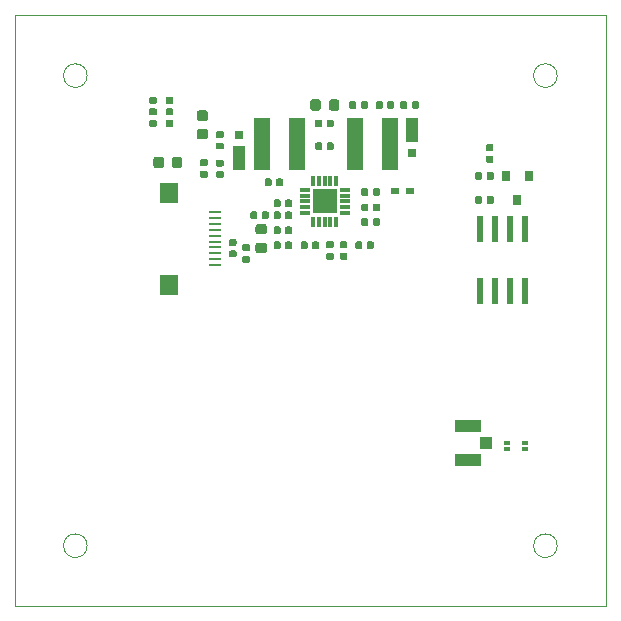
<source format=gbr>
%TF.GenerationSoftware,KiCad,Pcbnew,(5.1.4)-1*%
%TF.CreationDate,2019-12-20T15:52:10-07:00*%
%TF.ProjectId,SolarCell+Y,536f6c61-7243-4656-9c6c-2b592e6b6963,rev?*%
%TF.SameCoordinates,Original*%
%TF.FileFunction,Paste,Bot*%
%TF.FilePolarity,Positive*%
%FSLAX46Y46*%
G04 Gerber Fmt 4.6, Leading zero omitted, Abs format (unit mm)*
G04 Created by KiCad (PCBNEW (5.1.4)-1) date 2019-12-20 15:52:10*
%MOMM*%
%LPD*%
G04 APERTURE LIST*
%ADD10C,0.050000*%
%ADD11R,1.500000X1.700000*%
%ADD12R,1.100000X0.250000*%
%ADD13R,0.500000X0.300000*%
%ADD14R,1.050000X1.050000*%
%ADD15R,2.250000X1.050000*%
%ADD16R,0.609600X2.209800*%
%ADD17C,0.100000*%
%ADD18C,0.590000*%
%ADD19R,0.800000X0.900000*%
%ADD20R,0.800000X0.800000*%
%ADD21R,1.100000X2.000000*%
%ADD22C,0.875000*%
%ADD23R,0.700000X0.500000*%
%ADD24R,2.150000X2.150000*%
%ADD25R,0.300000X0.900000*%
%ADD26R,0.900000X0.300000*%
%ADD27R,1.435100X4.394200*%
G04 APERTURE END LIST*
D10*
X200000000Y-40000000D02*
X150000000Y-40000000D01*
X150000000Y-90000000D02*
X200000000Y-90000000D01*
X150000000Y-40000000D02*
X150000000Y-90000000D01*
X195900000Y-45100000D02*
G75*
G03X195900000Y-45100000I-1000000J0D01*
G01*
X156100000Y-84900000D02*
G75*
G03X156100000Y-84900000I-1000000J0D01*
G01*
X156100000Y-45100000D02*
G75*
G03X156100000Y-45100000I-1000000J0D01*
G01*
X195900000Y-84900000D02*
G75*
G03X195900000Y-84900000I-1000000J0D01*
G01*
X200000000Y-90000000D02*
X200000000Y-40000000D01*
D11*
X162993240Y-54997520D03*
X162993240Y-62797520D03*
D12*
X166893240Y-56647520D03*
X166893240Y-57147520D03*
X166893240Y-57647520D03*
X166893240Y-58147520D03*
X166893240Y-58647520D03*
X166893240Y-59147520D03*
X166893240Y-59647520D03*
X166893240Y-60147520D03*
X166893240Y-60647520D03*
X166893240Y-61147520D03*
D13*
X191655000Y-76729000D03*
X193155000Y-76729000D03*
X193155000Y-76179000D03*
X191655000Y-76179000D03*
D14*
X189866000Y-76200000D03*
D15*
X188341000Y-77675000D03*
X188341000Y-74725000D03*
D16*
X189357000Y-63322200D03*
X190627000Y-63322200D03*
X191897000Y-63322200D03*
X193167000Y-63322200D03*
X193167000Y-58089800D03*
X191897000Y-58089800D03*
X190627000Y-58089800D03*
X189357000Y-58089800D03*
D17*
G36*
X189414958Y-55306710D02*
G01*
X189429276Y-55308834D01*
X189443317Y-55312351D01*
X189456946Y-55317228D01*
X189470031Y-55323417D01*
X189482447Y-55330858D01*
X189494073Y-55339481D01*
X189504798Y-55349202D01*
X189514519Y-55359927D01*
X189523142Y-55371553D01*
X189530583Y-55383969D01*
X189536772Y-55397054D01*
X189541649Y-55410683D01*
X189545166Y-55424724D01*
X189547290Y-55439042D01*
X189548000Y-55453500D01*
X189548000Y-55798500D01*
X189547290Y-55812958D01*
X189545166Y-55827276D01*
X189541649Y-55841317D01*
X189536772Y-55854946D01*
X189530583Y-55868031D01*
X189523142Y-55880447D01*
X189514519Y-55892073D01*
X189504798Y-55902798D01*
X189494073Y-55912519D01*
X189482447Y-55921142D01*
X189470031Y-55928583D01*
X189456946Y-55934772D01*
X189443317Y-55939649D01*
X189429276Y-55943166D01*
X189414958Y-55945290D01*
X189400500Y-55946000D01*
X189105500Y-55946000D01*
X189091042Y-55945290D01*
X189076724Y-55943166D01*
X189062683Y-55939649D01*
X189049054Y-55934772D01*
X189035969Y-55928583D01*
X189023553Y-55921142D01*
X189011927Y-55912519D01*
X189001202Y-55902798D01*
X188991481Y-55892073D01*
X188982858Y-55880447D01*
X188975417Y-55868031D01*
X188969228Y-55854946D01*
X188964351Y-55841317D01*
X188960834Y-55827276D01*
X188958710Y-55812958D01*
X188958000Y-55798500D01*
X188958000Y-55453500D01*
X188958710Y-55439042D01*
X188960834Y-55424724D01*
X188964351Y-55410683D01*
X188969228Y-55397054D01*
X188975417Y-55383969D01*
X188982858Y-55371553D01*
X188991481Y-55359927D01*
X189001202Y-55349202D01*
X189011927Y-55339481D01*
X189023553Y-55330858D01*
X189035969Y-55323417D01*
X189049054Y-55317228D01*
X189062683Y-55312351D01*
X189076724Y-55308834D01*
X189091042Y-55306710D01*
X189105500Y-55306000D01*
X189400500Y-55306000D01*
X189414958Y-55306710D01*
X189414958Y-55306710D01*
G37*
D18*
X189253000Y-55626000D03*
D17*
G36*
X190384958Y-55306710D02*
G01*
X190399276Y-55308834D01*
X190413317Y-55312351D01*
X190426946Y-55317228D01*
X190440031Y-55323417D01*
X190452447Y-55330858D01*
X190464073Y-55339481D01*
X190474798Y-55349202D01*
X190484519Y-55359927D01*
X190493142Y-55371553D01*
X190500583Y-55383969D01*
X190506772Y-55397054D01*
X190511649Y-55410683D01*
X190515166Y-55424724D01*
X190517290Y-55439042D01*
X190518000Y-55453500D01*
X190518000Y-55798500D01*
X190517290Y-55812958D01*
X190515166Y-55827276D01*
X190511649Y-55841317D01*
X190506772Y-55854946D01*
X190500583Y-55868031D01*
X190493142Y-55880447D01*
X190484519Y-55892073D01*
X190474798Y-55902798D01*
X190464073Y-55912519D01*
X190452447Y-55921142D01*
X190440031Y-55928583D01*
X190426946Y-55934772D01*
X190413317Y-55939649D01*
X190399276Y-55943166D01*
X190384958Y-55945290D01*
X190370500Y-55946000D01*
X190075500Y-55946000D01*
X190061042Y-55945290D01*
X190046724Y-55943166D01*
X190032683Y-55939649D01*
X190019054Y-55934772D01*
X190005969Y-55928583D01*
X189993553Y-55921142D01*
X189981927Y-55912519D01*
X189971202Y-55902798D01*
X189961481Y-55892073D01*
X189952858Y-55880447D01*
X189945417Y-55868031D01*
X189939228Y-55854946D01*
X189934351Y-55841317D01*
X189930834Y-55827276D01*
X189928710Y-55812958D01*
X189928000Y-55798500D01*
X189928000Y-55453500D01*
X189928710Y-55439042D01*
X189930834Y-55424724D01*
X189934351Y-55410683D01*
X189939228Y-55397054D01*
X189945417Y-55383969D01*
X189952858Y-55371553D01*
X189961481Y-55359927D01*
X189971202Y-55349202D01*
X189981927Y-55339481D01*
X189993553Y-55330858D01*
X190005969Y-55323417D01*
X190019054Y-55317228D01*
X190032683Y-55312351D01*
X190046724Y-55308834D01*
X190061042Y-55306710D01*
X190075500Y-55306000D01*
X190370500Y-55306000D01*
X190384958Y-55306710D01*
X190384958Y-55306710D01*
G37*
D18*
X190223000Y-55626000D03*
D17*
G36*
X189414958Y-53274710D02*
G01*
X189429276Y-53276834D01*
X189443317Y-53280351D01*
X189456946Y-53285228D01*
X189470031Y-53291417D01*
X189482447Y-53298858D01*
X189494073Y-53307481D01*
X189504798Y-53317202D01*
X189514519Y-53327927D01*
X189523142Y-53339553D01*
X189530583Y-53351969D01*
X189536772Y-53365054D01*
X189541649Y-53378683D01*
X189545166Y-53392724D01*
X189547290Y-53407042D01*
X189548000Y-53421500D01*
X189548000Y-53766500D01*
X189547290Y-53780958D01*
X189545166Y-53795276D01*
X189541649Y-53809317D01*
X189536772Y-53822946D01*
X189530583Y-53836031D01*
X189523142Y-53848447D01*
X189514519Y-53860073D01*
X189504798Y-53870798D01*
X189494073Y-53880519D01*
X189482447Y-53889142D01*
X189470031Y-53896583D01*
X189456946Y-53902772D01*
X189443317Y-53907649D01*
X189429276Y-53911166D01*
X189414958Y-53913290D01*
X189400500Y-53914000D01*
X189105500Y-53914000D01*
X189091042Y-53913290D01*
X189076724Y-53911166D01*
X189062683Y-53907649D01*
X189049054Y-53902772D01*
X189035969Y-53896583D01*
X189023553Y-53889142D01*
X189011927Y-53880519D01*
X189001202Y-53870798D01*
X188991481Y-53860073D01*
X188982858Y-53848447D01*
X188975417Y-53836031D01*
X188969228Y-53822946D01*
X188964351Y-53809317D01*
X188960834Y-53795276D01*
X188958710Y-53780958D01*
X188958000Y-53766500D01*
X188958000Y-53421500D01*
X188958710Y-53407042D01*
X188960834Y-53392724D01*
X188964351Y-53378683D01*
X188969228Y-53365054D01*
X188975417Y-53351969D01*
X188982858Y-53339553D01*
X188991481Y-53327927D01*
X189001202Y-53317202D01*
X189011927Y-53307481D01*
X189023553Y-53298858D01*
X189035969Y-53291417D01*
X189049054Y-53285228D01*
X189062683Y-53280351D01*
X189076724Y-53276834D01*
X189091042Y-53274710D01*
X189105500Y-53274000D01*
X189400500Y-53274000D01*
X189414958Y-53274710D01*
X189414958Y-53274710D01*
G37*
D18*
X189253000Y-53594000D03*
D17*
G36*
X190384958Y-53274710D02*
G01*
X190399276Y-53276834D01*
X190413317Y-53280351D01*
X190426946Y-53285228D01*
X190440031Y-53291417D01*
X190452447Y-53298858D01*
X190464073Y-53307481D01*
X190474798Y-53317202D01*
X190484519Y-53327927D01*
X190493142Y-53339553D01*
X190500583Y-53351969D01*
X190506772Y-53365054D01*
X190511649Y-53378683D01*
X190515166Y-53392724D01*
X190517290Y-53407042D01*
X190518000Y-53421500D01*
X190518000Y-53766500D01*
X190517290Y-53780958D01*
X190515166Y-53795276D01*
X190511649Y-53809317D01*
X190506772Y-53822946D01*
X190500583Y-53836031D01*
X190493142Y-53848447D01*
X190484519Y-53860073D01*
X190474798Y-53870798D01*
X190464073Y-53880519D01*
X190452447Y-53889142D01*
X190440031Y-53896583D01*
X190426946Y-53902772D01*
X190413317Y-53907649D01*
X190399276Y-53911166D01*
X190384958Y-53913290D01*
X190370500Y-53914000D01*
X190075500Y-53914000D01*
X190061042Y-53913290D01*
X190046724Y-53911166D01*
X190032683Y-53907649D01*
X190019054Y-53902772D01*
X190005969Y-53896583D01*
X189993553Y-53889142D01*
X189981927Y-53880519D01*
X189971202Y-53870798D01*
X189961481Y-53860073D01*
X189952858Y-53848447D01*
X189945417Y-53836031D01*
X189939228Y-53822946D01*
X189934351Y-53809317D01*
X189930834Y-53795276D01*
X189928710Y-53780958D01*
X189928000Y-53766500D01*
X189928000Y-53421500D01*
X189928710Y-53407042D01*
X189930834Y-53392724D01*
X189934351Y-53378683D01*
X189939228Y-53365054D01*
X189945417Y-53351969D01*
X189952858Y-53339553D01*
X189961481Y-53327927D01*
X189971202Y-53317202D01*
X189981927Y-53307481D01*
X189993553Y-53298858D01*
X190005969Y-53291417D01*
X190019054Y-53285228D01*
X190032683Y-53280351D01*
X190046724Y-53276834D01*
X190061042Y-53274710D01*
X190075500Y-53274000D01*
X190370500Y-53274000D01*
X190384958Y-53274710D01*
X190384958Y-53274710D01*
G37*
D18*
X190223000Y-53594000D03*
D17*
G36*
X190369458Y-50909710D02*
G01*
X190383776Y-50911834D01*
X190397817Y-50915351D01*
X190411446Y-50920228D01*
X190424531Y-50926417D01*
X190436947Y-50933858D01*
X190448573Y-50942481D01*
X190459298Y-50952202D01*
X190469019Y-50962927D01*
X190477642Y-50974553D01*
X190485083Y-50986969D01*
X190491272Y-51000054D01*
X190496149Y-51013683D01*
X190499666Y-51027724D01*
X190501790Y-51042042D01*
X190502500Y-51056500D01*
X190502500Y-51351500D01*
X190501790Y-51365958D01*
X190499666Y-51380276D01*
X190496149Y-51394317D01*
X190491272Y-51407946D01*
X190485083Y-51421031D01*
X190477642Y-51433447D01*
X190469019Y-51445073D01*
X190459298Y-51455798D01*
X190448573Y-51465519D01*
X190436947Y-51474142D01*
X190424531Y-51481583D01*
X190411446Y-51487772D01*
X190397817Y-51492649D01*
X190383776Y-51496166D01*
X190369458Y-51498290D01*
X190355000Y-51499000D01*
X190010000Y-51499000D01*
X189995542Y-51498290D01*
X189981224Y-51496166D01*
X189967183Y-51492649D01*
X189953554Y-51487772D01*
X189940469Y-51481583D01*
X189928053Y-51474142D01*
X189916427Y-51465519D01*
X189905702Y-51455798D01*
X189895981Y-51445073D01*
X189887358Y-51433447D01*
X189879917Y-51421031D01*
X189873728Y-51407946D01*
X189868851Y-51394317D01*
X189865334Y-51380276D01*
X189863210Y-51365958D01*
X189862500Y-51351500D01*
X189862500Y-51056500D01*
X189863210Y-51042042D01*
X189865334Y-51027724D01*
X189868851Y-51013683D01*
X189873728Y-51000054D01*
X189879917Y-50986969D01*
X189887358Y-50974553D01*
X189895981Y-50962927D01*
X189905702Y-50952202D01*
X189916427Y-50942481D01*
X189928053Y-50933858D01*
X189940469Y-50926417D01*
X189953554Y-50920228D01*
X189967183Y-50915351D01*
X189981224Y-50911834D01*
X189995542Y-50909710D01*
X190010000Y-50909000D01*
X190355000Y-50909000D01*
X190369458Y-50909710D01*
X190369458Y-50909710D01*
G37*
D18*
X190182500Y-51204000D03*
D17*
G36*
X190369458Y-51879710D02*
G01*
X190383776Y-51881834D01*
X190397817Y-51885351D01*
X190411446Y-51890228D01*
X190424531Y-51896417D01*
X190436947Y-51903858D01*
X190448573Y-51912481D01*
X190459298Y-51922202D01*
X190469019Y-51932927D01*
X190477642Y-51944553D01*
X190485083Y-51956969D01*
X190491272Y-51970054D01*
X190496149Y-51983683D01*
X190499666Y-51997724D01*
X190501790Y-52012042D01*
X190502500Y-52026500D01*
X190502500Y-52321500D01*
X190501790Y-52335958D01*
X190499666Y-52350276D01*
X190496149Y-52364317D01*
X190491272Y-52377946D01*
X190485083Y-52391031D01*
X190477642Y-52403447D01*
X190469019Y-52415073D01*
X190459298Y-52425798D01*
X190448573Y-52435519D01*
X190436947Y-52444142D01*
X190424531Y-52451583D01*
X190411446Y-52457772D01*
X190397817Y-52462649D01*
X190383776Y-52466166D01*
X190369458Y-52468290D01*
X190355000Y-52469000D01*
X190010000Y-52469000D01*
X189995542Y-52468290D01*
X189981224Y-52466166D01*
X189967183Y-52462649D01*
X189953554Y-52457772D01*
X189940469Y-52451583D01*
X189928053Y-52444142D01*
X189916427Y-52435519D01*
X189905702Y-52425798D01*
X189895981Y-52415073D01*
X189887358Y-52403447D01*
X189879917Y-52391031D01*
X189873728Y-52377946D01*
X189868851Y-52364317D01*
X189865334Y-52350276D01*
X189863210Y-52335958D01*
X189862500Y-52321500D01*
X189862500Y-52026500D01*
X189863210Y-52012042D01*
X189865334Y-51997724D01*
X189868851Y-51983683D01*
X189873728Y-51970054D01*
X189879917Y-51956969D01*
X189887358Y-51944553D01*
X189895981Y-51932927D01*
X189905702Y-51922202D01*
X189916427Y-51912481D01*
X189928053Y-51903858D01*
X189940469Y-51896417D01*
X189953554Y-51890228D01*
X189967183Y-51885351D01*
X189981224Y-51881834D01*
X189995542Y-51879710D01*
X190010000Y-51879000D01*
X190355000Y-51879000D01*
X190369458Y-51879710D01*
X190369458Y-51879710D01*
G37*
D18*
X190182500Y-52174000D03*
D17*
G36*
X168614358Y-58936110D02*
G01*
X168628676Y-58938234D01*
X168642717Y-58941751D01*
X168656346Y-58946628D01*
X168669431Y-58952817D01*
X168681847Y-58960258D01*
X168693473Y-58968881D01*
X168704198Y-58978602D01*
X168713919Y-58989327D01*
X168722542Y-59000953D01*
X168729983Y-59013369D01*
X168736172Y-59026454D01*
X168741049Y-59040083D01*
X168744566Y-59054124D01*
X168746690Y-59068442D01*
X168747400Y-59082900D01*
X168747400Y-59377900D01*
X168746690Y-59392358D01*
X168744566Y-59406676D01*
X168741049Y-59420717D01*
X168736172Y-59434346D01*
X168729983Y-59447431D01*
X168722542Y-59459847D01*
X168713919Y-59471473D01*
X168704198Y-59482198D01*
X168693473Y-59491919D01*
X168681847Y-59500542D01*
X168669431Y-59507983D01*
X168656346Y-59514172D01*
X168642717Y-59519049D01*
X168628676Y-59522566D01*
X168614358Y-59524690D01*
X168599900Y-59525400D01*
X168254900Y-59525400D01*
X168240442Y-59524690D01*
X168226124Y-59522566D01*
X168212083Y-59519049D01*
X168198454Y-59514172D01*
X168185369Y-59507983D01*
X168172953Y-59500542D01*
X168161327Y-59491919D01*
X168150602Y-59482198D01*
X168140881Y-59471473D01*
X168132258Y-59459847D01*
X168124817Y-59447431D01*
X168118628Y-59434346D01*
X168113751Y-59420717D01*
X168110234Y-59406676D01*
X168108110Y-59392358D01*
X168107400Y-59377900D01*
X168107400Y-59082900D01*
X168108110Y-59068442D01*
X168110234Y-59054124D01*
X168113751Y-59040083D01*
X168118628Y-59026454D01*
X168124817Y-59013369D01*
X168132258Y-59000953D01*
X168140881Y-58989327D01*
X168150602Y-58978602D01*
X168161327Y-58968881D01*
X168172953Y-58960258D01*
X168185369Y-58952817D01*
X168198454Y-58946628D01*
X168212083Y-58941751D01*
X168226124Y-58938234D01*
X168240442Y-58936110D01*
X168254900Y-58935400D01*
X168599900Y-58935400D01*
X168614358Y-58936110D01*
X168614358Y-58936110D01*
G37*
D18*
X168427400Y-59230400D03*
D17*
G36*
X168614358Y-59906110D02*
G01*
X168628676Y-59908234D01*
X168642717Y-59911751D01*
X168656346Y-59916628D01*
X168669431Y-59922817D01*
X168681847Y-59930258D01*
X168693473Y-59938881D01*
X168704198Y-59948602D01*
X168713919Y-59959327D01*
X168722542Y-59970953D01*
X168729983Y-59983369D01*
X168736172Y-59996454D01*
X168741049Y-60010083D01*
X168744566Y-60024124D01*
X168746690Y-60038442D01*
X168747400Y-60052900D01*
X168747400Y-60347900D01*
X168746690Y-60362358D01*
X168744566Y-60376676D01*
X168741049Y-60390717D01*
X168736172Y-60404346D01*
X168729983Y-60417431D01*
X168722542Y-60429847D01*
X168713919Y-60441473D01*
X168704198Y-60452198D01*
X168693473Y-60461919D01*
X168681847Y-60470542D01*
X168669431Y-60477983D01*
X168656346Y-60484172D01*
X168642717Y-60489049D01*
X168628676Y-60492566D01*
X168614358Y-60494690D01*
X168599900Y-60495400D01*
X168254900Y-60495400D01*
X168240442Y-60494690D01*
X168226124Y-60492566D01*
X168212083Y-60489049D01*
X168198454Y-60484172D01*
X168185369Y-60477983D01*
X168172953Y-60470542D01*
X168161327Y-60461919D01*
X168150602Y-60452198D01*
X168140881Y-60441473D01*
X168132258Y-60429847D01*
X168124817Y-60417431D01*
X168118628Y-60404346D01*
X168113751Y-60390717D01*
X168110234Y-60376676D01*
X168108110Y-60362358D01*
X168107400Y-60347900D01*
X168107400Y-60052900D01*
X168108110Y-60038442D01*
X168110234Y-60024124D01*
X168113751Y-60010083D01*
X168118628Y-59996454D01*
X168124817Y-59983369D01*
X168132258Y-59970953D01*
X168140881Y-59959327D01*
X168150602Y-59948602D01*
X168161327Y-59938881D01*
X168172953Y-59930258D01*
X168185369Y-59922817D01*
X168198454Y-59916628D01*
X168212083Y-59911751D01*
X168226124Y-59908234D01*
X168240442Y-59906110D01*
X168254900Y-59905400D01*
X168599900Y-59905400D01*
X168614358Y-59906110D01*
X168614358Y-59906110D01*
G37*
D18*
X168427400Y-60200400D03*
D19*
X192532000Y-55610000D03*
X193482000Y-53610000D03*
X191582000Y-53610000D03*
D20*
X183591200Y-51618200D03*
D21*
X183591200Y-49718200D03*
D17*
G36*
X166175958Y-52179710D02*
G01*
X166190276Y-52181834D01*
X166204317Y-52185351D01*
X166217946Y-52190228D01*
X166231031Y-52196417D01*
X166243447Y-52203858D01*
X166255073Y-52212481D01*
X166265798Y-52222202D01*
X166275519Y-52232927D01*
X166284142Y-52244553D01*
X166291583Y-52256969D01*
X166297772Y-52270054D01*
X166302649Y-52283683D01*
X166306166Y-52297724D01*
X166308290Y-52312042D01*
X166309000Y-52326500D01*
X166309000Y-52621500D01*
X166308290Y-52635958D01*
X166306166Y-52650276D01*
X166302649Y-52664317D01*
X166297772Y-52677946D01*
X166291583Y-52691031D01*
X166284142Y-52703447D01*
X166275519Y-52715073D01*
X166265798Y-52725798D01*
X166255073Y-52735519D01*
X166243447Y-52744142D01*
X166231031Y-52751583D01*
X166217946Y-52757772D01*
X166204317Y-52762649D01*
X166190276Y-52766166D01*
X166175958Y-52768290D01*
X166161500Y-52769000D01*
X165816500Y-52769000D01*
X165802042Y-52768290D01*
X165787724Y-52766166D01*
X165773683Y-52762649D01*
X165760054Y-52757772D01*
X165746969Y-52751583D01*
X165734553Y-52744142D01*
X165722927Y-52735519D01*
X165712202Y-52725798D01*
X165702481Y-52715073D01*
X165693858Y-52703447D01*
X165686417Y-52691031D01*
X165680228Y-52677946D01*
X165675351Y-52664317D01*
X165671834Y-52650276D01*
X165669710Y-52635958D01*
X165669000Y-52621500D01*
X165669000Y-52326500D01*
X165669710Y-52312042D01*
X165671834Y-52297724D01*
X165675351Y-52283683D01*
X165680228Y-52270054D01*
X165686417Y-52256969D01*
X165693858Y-52244553D01*
X165702481Y-52232927D01*
X165712202Y-52222202D01*
X165722927Y-52212481D01*
X165734553Y-52203858D01*
X165746969Y-52196417D01*
X165760054Y-52190228D01*
X165773683Y-52185351D01*
X165787724Y-52181834D01*
X165802042Y-52179710D01*
X165816500Y-52179000D01*
X166161500Y-52179000D01*
X166175958Y-52179710D01*
X166175958Y-52179710D01*
G37*
D18*
X165989000Y-52474000D03*
D17*
G36*
X166175958Y-53149710D02*
G01*
X166190276Y-53151834D01*
X166204317Y-53155351D01*
X166217946Y-53160228D01*
X166231031Y-53166417D01*
X166243447Y-53173858D01*
X166255073Y-53182481D01*
X166265798Y-53192202D01*
X166275519Y-53202927D01*
X166284142Y-53214553D01*
X166291583Y-53226969D01*
X166297772Y-53240054D01*
X166302649Y-53253683D01*
X166306166Y-53267724D01*
X166308290Y-53282042D01*
X166309000Y-53296500D01*
X166309000Y-53591500D01*
X166308290Y-53605958D01*
X166306166Y-53620276D01*
X166302649Y-53634317D01*
X166297772Y-53647946D01*
X166291583Y-53661031D01*
X166284142Y-53673447D01*
X166275519Y-53685073D01*
X166265798Y-53695798D01*
X166255073Y-53705519D01*
X166243447Y-53714142D01*
X166231031Y-53721583D01*
X166217946Y-53727772D01*
X166204317Y-53732649D01*
X166190276Y-53736166D01*
X166175958Y-53738290D01*
X166161500Y-53739000D01*
X165816500Y-53739000D01*
X165802042Y-53738290D01*
X165787724Y-53736166D01*
X165773683Y-53732649D01*
X165760054Y-53727772D01*
X165746969Y-53721583D01*
X165734553Y-53714142D01*
X165722927Y-53705519D01*
X165712202Y-53695798D01*
X165702481Y-53685073D01*
X165693858Y-53673447D01*
X165686417Y-53661031D01*
X165680228Y-53647946D01*
X165675351Y-53634317D01*
X165671834Y-53620276D01*
X165669710Y-53605958D01*
X165669000Y-53591500D01*
X165669000Y-53296500D01*
X165669710Y-53282042D01*
X165671834Y-53267724D01*
X165675351Y-53253683D01*
X165680228Y-53240054D01*
X165686417Y-53226969D01*
X165693858Y-53214553D01*
X165702481Y-53202927D01*
X165712202Y-53192202D01*
X165722927Y-53182481D01*
X165734553Y-53173858D01*
X165746969Y-53166417D01*
X165760054Y-53160228D01*
X165773683Y-53155351D01*
X165787724Y-53151834D01*
X165802042Y-53149710D01*
X165816500Y-53149000D01*
X166161500Y-53149000D01*
X166175958Y-53149710D01*
X166175958Y-53149710D01*
G37*
D18*
X165989000Y-53444000D03*
D17*
G36*
X171107931Y-57668493D02*
G01*
X171129166Y-57671643D01*
X171149990Y-57676859D01*
X171170202Y-57684091D01*
X171189608Y-57693270D01*
X171208021Y-57704306D01*
X171225264Y-57717094D01*
X171241170Y-57731510D01*
X171255586Y-57747416D01*
X171268374Y-57764659D01*
X171279410Y-57783072D01*
X171288589Y-57802478D01*
X171295821Y-57822690D01*
X171301037Y-57843514D01*
X171304187Y-57864749D01*
X171305240Y-57886190D01*
X171305240Y-58323690D01*
X171304187Y-58345131D01*
X171301037Y-58366366D01*
X171295821Y-58387190D01*
X171288589Y-58407402D01*
X171279410Y-58426808D01*
X171268374Y-58445221D01*
X171255586Y-58462464D01*
X171241170Y-58478370D01*
X171225264Y-58492786D01*
X171208021Y-58505574D01*
X171189608Y-58516610D01*
X171170202Y-58525789D01*
X171149990Y-58533021D01*
X171129166Y-58538237D01*
X171107931Y-58541387D01*
X171086490Y-58542440D01*
X170573990Y-58542440D01*
X170552549Y-58541387D01*
X170531314Y-58538237D01*
X170510490Y-58533021D01*
X170490278Y-58525789D01*
X170470872Y-58516610D01*
X170452459Y-58505574D01*
X170435216Y-58492786D01*
X170419310Y-58478370D01*
X170404894Y-58462464D01*
X170392106Y-58445221D01*
X170381070Y-58426808D01*
X170371891Y-58407402D01*
X170364659Y-58387190D01*
X170359443Y-58366366D01*
X170356293Y-58345131D01*
X170355240Y-58323690D01*
X170355240Y-57886190D01*
X170356293Y-57864749D01*
X170359443Y-57843514D01*
X170364659Y-57822690D01*
X170371891Y-57802478D01*
X170381070Y-57783072D01*
X170392106Y-57764659D01*
X170404894Y-57747416D01*
X170419310Y-57731510D01*
X170435216Y-57717094D01*
X170452459Y-57704306D01*
X170470872Y-57693270D01*
X170490278Y-57684091D01*
X170510490Y-57676859D01*
X170531314Y-57671643D01*
X170552549Y-57668493D01*
X170573990Y-57667440D01*
X171086490Y-57667440D01*
X171107931Y-57668493D01*
X171107931Y-57668493D01*
G37*
D22*
X170830240Y-58104940D03*
D17*
G36*
X171107931Y-59243493D02*
G01*
X171129166Y-59246643D01*
X171149990Y-59251859D01*
X171170202Y-59259091D01*
X171189608Y-59268270D01*
X171208021Y-59279306D01*
X171225264Y-59292094D01*
X171241170Y-59306510D01*
X171255586Y-59322416D01*
X171268374Y-59339659D01*
X171279410Y-59358072D01*
X171288589Y-59377478D01*
X171295821Y-59397690D01*
X171301037Y-59418514D01*
X171304187Y-59439749D01*
X171305240Y-59461190D01*
X171305240Y-59898690D01*
X171304187Y-59920131D01*
X171301037Y-59941366D01*
X171295821Y-59962190D01*
X171288589Y-59982402D01*
X171279410Y-60001808D01*
X171268374Y-60020221D01*
X171255586Y-60037464D01*
X171241170Y-60053370D01*
X171225264Y-60067786D01*
X171208021Y-60080574D01*
X171189608Y-60091610D01*
X171170202Y-60100789D01*
X171149990Y-60108021D01*
X171129166Y-60113237D01*
X171107931Y-60116387D01*
X171086490Y-60117440D01*
X170573990Y-60117440D01*
X170552549Y-60116387D01*
X170531314Y-60113237D01*
X170510490Y-60108021D01*
X170490278Y-60100789D01*
X170470872Y-60091610D01*
X170452459Y-60080574D01*
X170435216Y-60067786D01*
X170419310Y-60053370D01*
X170404894Y-60037464D01*
X170392106Y-60020221D01*
X170381070Y-60001808D01*
X170371891Y-59982402D01*
X170364659Y-59962190D01*
X170359443Y-59941366D01*
X170356293Y-59920131D01*
X170355240Y-59898690D01*
X170355240Y-59461190D01*
X170356293Y-59439749D01*
X170359443Y-59418514D01*
X170364659Y-59397690D01*
X170371891Y-59377478D01*
X170381070Y-59358072D01*
X170392106Y-59339659D01*
X170404894Y-59322416D01*
X170419310Y-59306510D01*
X170435216Y-59292094D01*
X170452459Y-59279306D01*
X170470872Y-59268270D01*
X170490278Y-59259091D01*
X170510490Y-59251859D01*
X170531314Y-59246643D01*
X170552549Y-59243493D01*
X170573990Y-59242440D01*
X171086490Y-59242440D01*
X171107931Y-59243493D01*
X171107931Y-59243493D01*
G37*
D22*
X170830240Y-59679940D03*
D17*
G36*
X175861538Y-48830494D02*
G01*
X175875856Y-48832618D01*
X175889897Y-48836135D01*
X175903526Y-48841012D01*
X175916611Y-48847201D01*
X175929027Y-48854642D01*
X175940653Y-48863265D01*
X175951378Y-48872986D01*
X175961099Y-48883711D01*
X175969722Y-48895337D01*
X175977163Y-48907753D01*
X175983352Y-48920838D01*
X175988229Y-48934467D01*
X175991746Y-48948508D01*
X175993870Y-48962826D01*
X175994580Y-48977284D01*
X175994580Y-49322284D01*
X175993870Y-49336742D01*
X175991746Y-49351060D01*
X175988229Y-49365101D01*
X175983352Y-49378730D01*
X175977163Y-49391815D01*
X175969722Y-49404231D01*
X175961099Y-49415857D01*
X175951378Y-49426582D01*
X175940653Y-49436303D01*
X175929027Y-49444926D01*
X175916611Y-49452367D01*
X175903526Y-49458556D01*
X175889897Y-49463433D01*
X175875856Y-49466950D01*
X175861538Y-49469074D01*
X175847080Y-49469784D01*
X175552080Y-49469784D01*
X175537622Y-49469074D01*
X175523304Y-49466950D01*
X175509263Y-49463433D01*
X175495634Y-49458556D01*
X175482549Y-49452367D01*
X175470133Y-49444926D01*
X175458507Y-49436303D01*
X175447782Y-49426582D01*
X175438061Y-49415857D01*
X175429438Y-49404231D01*
X175421997Y-49391815D01*
X175415808Y-49378730D01*
X175410931Y-49365101D01*
X175407414Y-49351060D01*
X175405290Y-49336742D01*
X175404580Y-49322284D01*
X175404580Y-48977284D01*
X175405290Y-48962826D01*
X175407414Y-48948508D01*
X175410931Y-48934467D01*
X175415808Y-48920838D01*
X175421997Y-48907753D01*
X175429438Y-48895337D01*
X175438061Y-48883711D01*
X175447782Y-48872986D01*
X175458507Y-48863265D01*
X175470133Y-48854642D01*
X175482549Y-48847201D01*
X175495634Y-48841012D01*
X175509263Y-48836135D01*
X175523304Y-48832618D01*
X175537622Y-48830494D01*
X175552080Y-48829784D01*
X175847080Y-48829784D01*
X175861538Y-48830494D01*
X175861538Y-48830494D01*
G37*
D18*
X175699580Y-49149784D03*
D17*
G36*
X176831538Y-48830494D02*
G01*
X176845856Y-48832618D01*
X176859897Y-48836135D01*
X176873526Y-48841012D01*
X176886611Y-48847201D01*
X176899027Y-48854642D01*
X176910653Y-48863265D01*
X176921378Y-48872986D01*
X176931099Y-48883711D01*
X176939722Y-48895337D01*
X176947163Y-48907753D01*
X176953352Y-48920838D01*
X176958229Y-48934467D01*
X176961746Y-48948508D01*
X176963870Y-48962826D01*
X176964580Y-48977284D01*
X176964580Y-49322284D01*
X176963870Y-49336742D01*
X176961746Y-49351060D01*
X176958229Y-49365101D01*
X176953352Y-49378730D01*
X176947163Y-49391815D01*
X176939722Y-49404231D01*
X176931099Y-49415857D01*
X176921378Y-49426582D01*
X176910653Y-49436303D01*
X176899027Y-49444926D01*
X176886611Y-49452367D01*
X176873526Y-49458556D01*
X176859897Y-49463433D01*
X176845856Y-49466950D01*
X176831538Y-49469074D01*
X176817080Y-49469784D01*
X176522080Y-49469784D01*
X176507622Y-49469074D01*
X176493304Y-49466950D01*
X176479263Y-49463433D01*
X176465634Y-49458556D01*
X176452549Y-49452367D01*
X176440133Y-49444926D01*
X176428507Y-49436303D01*
X176417782Y-49426582D01*
X176408061Y-49415857D01*
X176399438Y-49404231D01*
X176391997Y-49391815D01*
X176385808Y-49378730D01*
X176380931Y-49365101D01*
X176377414Y-49351060D01*
X176375290Y-49336742D01*
X176374580Y-49322284D01*
X176374580Y-48977284D01*
X176375290Y-48962826D01*
X176377414Y-48948508D01*
X176380931Y-48934467D01*
X176385808Y-48920838D01*
X176391997Y-48907753D01*
X176399438Y-48895337D01*
X176408061Y-48883711D01*
X176417782Y-48872986D01*
X176428507Y-48863265D01*
X176440133Y-48854642D01*
X176452549Y-48847201D01*
X176465634Y-48841012D01*
X176479263Y-48836135D01*
X176493304Y-48832618D01*
X176507622Y-48830494D01*
X176522080Y-48829784D01*
X176817080Y-48829784D01*
X176831538Y-48830494D01*
X176831538Y-48830494D01*
G37*
D18*
X176669580Y-49149784D03*
D17*
G36*
X162393691Y-51977053D02*
G01*
X162414926Y-51980203D01*
X162435750Y-51985419D01*
X162455962Y-51992651D01*
X162475368Y-52001830D01*
X162493781Y-52012866D01*
X162511024Y-52025654D01*
X162526930Y-52040070D01*
X162541346Y-52055976D01*
X162554134Y-52073219D01*
X162565170Y-52091632D01*
X162574349Y-52111038D01*
X162581581Y-52131250D01*
X162586797Y-52152074D01*
X162589947Y-52173309D01*
X162591000Y-52194750D01*
X162591000Y-52707250D01*
X162589947Y-52728691D01*
X162586797Y-52749926D01*
X162581581Y-52770750D01*
X162574349Y-52790962D01*
X162565170Y-52810368D01*
X162554134Y-52828781D01*
X162541346Y-52846024D01*
X162526930Y-52861930D01*
X162511024Y-52876346D01*
X162493781Y-52889134D01*
X162475368Y-52900170D01*
X162455962Y-52909349D01*
X162435750Y-52916581D01*
X162414926Y-52921797D01*
X162393691Y-52924947D01*
X162372250Y-52926000D01*
X161934750Y-52926000D01*
X161913309Y-52924947D01*
X161892074Y-52921797D01*
X161871250Y-52916581D01*
X161851038Y-52909349D01*
X161831632Y-52900170D01*
X161813219Y-52889134D01*
X161795976Y-52876346D01*
X161780070Y-52861930D01*
X161765654Y-52846024D01*
X161752866Y-52828781D01*
X161741830Y-52810368D01*
X161732651Y-52790962D01*
X161725419Y-52770750D01*
X161720203Y-52749926D01*
X161717053Y-52728691D01*
X161716000Y-52707250D01*
X161716000Y-52194750D01*
X161717053Y-52173309D01*
X161720203Y-52152074D01*
X161725419Y-52131250D01*
X161732651Y-52111038D01*
X161741830Y-52091632D01*
X161752866Y-52073219D01*
X161765654Y-52055976D01*
X161780070Y-52040070D01*
X161795976Y-52025654D01*
X161813219Y-52012866D01*
X161831632Y-52001830D01*
X161851038Y-51992651D01*
X161871250Y-51985419D01*
X161892074Y-51980203D01*
X161913309Y-51977053D01*
X161934750Y-51976000D01*
X162372250Y-51976000D01*
X162393691Y-51977053D01*
X162393691Y-51977053D01*
G37*
D22*
X162153500Y-52451000D03*
D17*
G36*
X163968691Y-51977053D02*
G01*
X163989926Y-51980203D01*
X164010750Y-51985419D01*
X164030962Y-51992651D01*
X164050368Y-52001830D01*
X164068781Y-52012866D01*
X164086024Y-52025654D01*
X164101930Y-52040070D01*
X164116346Y-52055976D01*
X164129134Y-52073219D01*
X164140170Y-52091632D01*
X164149349Y-52111038D01*
X164156581Y-52131250D01*
X164161797Y-52152074D01*
X164164947Y-52173309D01*
X164166000Y-52194750D01*
X164166000Y-52707250D01*
X164164947Y-52728691D01*
X164161797Y-52749926D01*
X164156581Y-52770750D01*
X164149349Y-52790962D01*
X164140170Y-52810368D01*
X164129134Y-52828781D01*
X164116346Y-52846024D01*
X164101930Y-52861930D01*
X164086024Y-52876346D01*
X164068781Y-52889134D01*
X164050368Y-52900170D01*
X164030962Y-52909349D01*
X164010750Y-52916581D01*
X163989926Y-52921797D01*
X163968691Y-52924947D01*
X163947250Y-52926000D01*
X163509750Y-52926000D01*
X163488309Y-52924947D01*
X163467074Y-52921797D01*
X163446250Y-52916581D01*
X163426038Y-52909349D01*
X163406632Y-52900170D01*
X163388219Y-52889134D01*
X163370976Y-52876346D01*
X163355070Y-52861930D01*
X163340654Y-52846024D01*
X163327866Y-52828781D01*
X163316830Y-52810368D01*
X163307651Y-52790962D01*
X163300419Y-52770750D01*
X163295203Y-52749926D01*
X163292053Y-52728691D01*
X163291000Y-52707250D01*
X163291000Y-52194750D01*
X163292053Y-52173309D01*
X163295203Y-52152074D01*
X163300419Y-52131250D01*
X163307651Y-52111038D01*
X163316830Y-52091632D01*
X163327866Y-52073219D01*
X163340654Y-52055976D01*
X163355070Y-52040070D01*
X163370976Y-52025654D01*
X163388219Y-52012866D01*
X163406632Y-52001830D01*
X163426038Y-51992651D01*
X163446250Y-51985419D01*
X163467074Y-51980203D01*
X163488309Y-51977053D01*
X163509750Y-51976000D01*
X163947250Y-51976000D01*
X163968691Y-51977053D01*
X163968691Y-51977053D01*
G37*
D22*
X163728500Y-52451000D03*
D23*
X182153000Y-54864000D03*
X183453000Y-54864000D03*
D24*
X176204580Y-55753784D03*
D25*
X177204580Y-54053784D03*
X176704580Y-54053784D03*
X176204580Y-54053784D03*
X175704580Y-54053784D03*
X175204580Y-54053784D03*
D26*
X174504580Y-54753784D03*
X174504580Y-55253784D03*
X174504580Y-55753784D03*
X174504580Y-56253784D03*
X174504580Y-56753784D03*
D25*
X175204580Y-57453784D03*
X175704580Y-57453784D03*
X176204580Y-57453784D03*
X176704580Y-57453784D03*
X177204580Y-57453784D03*
D26*
X177904580Y-56753784D03*
X177904580Y-56253784D03*
X177904580Y-55753784D03*
X177904580Y-55253784D03*
X177904580Y-54753784D03*
D20*
X168988740Y-50149440D03*
D21*
X168988740Y-52049440D03*
D17*
G36*
X179270198Y-59144650D02*
G01*
X179284516Y-59146774D01*
X179298557Y-59150291D01*
X179312186Y-59155168D01*
X179325271Y-59161357D01*
X179337687Y-59168798D01*
X179349313Y-59177421D01*
X179360038Y-59187142D01*
X179369759Y-59197867D01*
X179378382Y-59209493D01*
X179385823Y-59221909D01*
X179392012Y-59234994D01*
X179396889Y-59248623D01*
X179400406Y-59262664D01*
X179402530Y-59276982D01*
X179403240Y-59291440D01*
X179403240Y-59636440D01*
X179402530Y-59650898D01*
X179400406Y-59665216D01*
X179396889Y-59679257D01*
X179392012Y-59692886D01*
X179385823Y-59705971D01*
X179378382Y-59718387D01*
X179369759Y-59730013D01*
X179360038Y-59740738D01*
X179349313Y-59750459D01*
X179337687Y-59759082D01*
X179325271Y-59766523D01*
X179312186Y-59772712D01*
X179298557Y-59777589D01*
X179284516Y-59781106D01*
X179270198Y-59783230D01*
X179255740Y-59783940D01*
X178960740Y-59783940D01*
X178946282Y-59783230D01*
X178931964Y-59781106D01*
X178917923Y-59777589D01*
X178904294Y-59772712D01*
X178891209Y-59766523D01*
X178878793Y-59759082D01*
X178867167Y-59750459D01*
X178856442Y-59740738D01*
X178846721Y-59730013D01*
X178838098Y-59718387D01*
X178830657Y-59705971D01*
X178824468Y-59692886D01*
X178819591Y-59679257D01*
X178816074Y-59665216D01*
X178813950Y-59650898D01*
X178813240Y-59636440D01*
X178813240Y-59291440D01*
X178813950Y-59276982D01*
X178816074Y-59262664D01*
X178819591Y-59248623D01*
X178824468Y-59234994D01*
X178830657Y-59221909D01*
X178838098Y-59209493D01*
X178846721Y-59197867D01*
X178856442Y-59187142D01*
X178867167Y-59177421D01*
X178878793Y-59168798D01*
X178891209Y-59161357D01*
X178904294Y-59155168D01*
X178917923Y-59150291D01*
X178931964Y-59146774D01*
X178946282Y-59144650D01*
X178960740Y-59143940D01*
X179255740Y-59143940D01*
X179270198Y-59144650D01*
X179270198Y-59144650D01*
G37*
D18*
X179108240Y-59463940D03*
D17*
G36*
X180240198Y-59144650D02*
G01*
X180254516Y-59146774D01*
X180268557Y-59150291D01*
X180282186Y-59155168D01*
X180295271Y-59161357D01*
X180307687Y-59168798D01*
X180319313Y-59177421D01*
X180330038Y-59187142D01*
X180339759Y-59197867D01*
X180348382Y-59209493D01*
X180355823Y-59221909D01*
X180362012Y-59234994D01*
X180366889Y-59248623D01*
X180370406Y-59262664D01*
X180372530Y-59276982D01*
X180373240Y-59291440D01*
X180373240Y-59636440D01*
X180372530Y-59650898D01*
X180370406Y-59665216D01*
X180366889Y-59679257D01*
X180362012Y-59692886D01*
X180355823Y-59705971D01*
X180348382Y-59718387D01*
X180339759Y-59730013D01*
X180330038Y-59740738D01*
X180319313Y-59750459D01*
X180307687Y-59759082D01*
X180295271Y-59766523D01*
X180282186Y-59772712D01*
X180268557Y-59777589D01*
X180254516Y-59781106D01*
X180240198Y-59783230D01*
X180225740Y-59783940D01*
X179930740Y-59783940D01*
X179916282Y-59783230D01*
X179901964Y-59781106D01*
X179887923Y-59777589D01*
X179874294Y-59772712D01*
X179861209Y-59766523D01*
X179848793Y-59759082D01*
X179837167Y-59750459D01*
X179826442Y-59740738D01*
X179816721Y-59730013D01*
X179808098Y-59718387D01*
X179800657Y-59705971D01*
X179794468Y-59692886D01*
X179789591Y-59679257D01*
X179786074Y-59665216D01*
X179783950Y-59650898D01*
X179783240Y-59636440D01*
X179783240Y-59291440D01*
X179783950Y-59276982D01*
X179786074Y-59262664D01*
X179789591Y-59248623D01*
X179794468Y-59234994D01*
X179800657Y-59221909D01*
X179808098Y-59209493D01*
X179816721Y-59197867D01*
X179826442Y-59187142D01*
X179837167Y-59177421D01*
X179848793Y-59168798D01*
X179861209Y-59161357D01*
X179874294Y-59155168D01*
X179887923Y-59150291D01*
X179901964Y-59146774D01*
X179916282Y-59144650D01*
X179930740Y-59143940D01*
X180225740Y-59143940D01*
X180240198Y-59144650D01*
X180240198Y-59144650D01*
G37*
D18*
X180078240Y-59463940D03*
D17*
G36*
X178002198Y-60099150D02*
G01*
X178016516Y-60101274D01*
X178030557Y-60104791D01*
X178044186Y-60109668D01*
X178057271Y-60115857D01*
X178069687Y-60123298D01*
X178081313Y-60131921D01*
X178092038Y-60141642D01*
X178101759Y-60152367D01*
X178110382Y-60163993D01*
X178117823Y-60176409D01*
X178124012Y-60189494D01*
X178128889Y-60203123D01*
X178132406Y-60217164D01*
X178134530Y-60231482D01*
X178135240Y-60245940D01*
X178135240Y-60540940D01*
X178134530Y-60555398D01*
X178132406Y-60569716D01*
X178128889Y-60583757D01*
X178124012Y-60597386D01*
X178117823Y-60610471D01*
X178110382Y-60622887D01*
X178101759Y-60634513D01*
X178092038Y-60645238D01*
X178081313Y-60654959D01*
X178069687Y-60663582D01*
X178057271Y-60671023D01*
X178044186Y-60677212D01*
X178030557Y-60682089D01*
X178016516Y-60685606D01*
X178002198Y-60687730D01*
X177987740Y-60688440D01*
X177642740Y-60688440D01*
X177628282Y-60687730D01*
X177613964Y-60685606D01*
X177599923Y-60682089D01*
X177586294Y-60677212D01*
X177573209Y-60671023D01*
X177560793Y-60663582D01*
X177549167Y-60654959D01*
X177538442Y-60645238D01*
X177528721Y-60634513D01*
X177520098Y-60622887D01*
X177512657Y-60610471D01*
X177506468Y-60597386D01*
X177501591Y-60583757D01*
X177498074Y-60569716D01*
X177495950Y-60555398D01*
X177495240Y-60540940D01*
X177495240Y-60245940D01*
X177495950Y-60231482D01*
X177498074Y-60217164D01*
X177501591Y-60203123D01*
X177506468Y-60189494D01*
X177512657Y-60176409D01*
X177520098Y-60163993D01*
X177528721Y-60152367D01*
X177538442Y-60141642D01*
X177549167Y-60131921D01*
X177560793Y-60123298D01*
X177573209Y-60115857D01*
X177586294Y-60109668D01*
X177599923Y-60104791D01*
X177613964Y-60101274D01*
X177628282Y-60099150D01*
X177642740Y-60098440D01*
X177987740Y-60098440D01*
X178002198Y-60099150D01*
X178002198Y-60099150D01*
G37*
D18*
X177815240Y-60393440D03*
D17*
G36*
X178002198Y-59129150D02*
G01*
X178016516Y-59131274D01*
X178030557Y-59134791D01*
X178044186Y-59139668D01*
X178057271Y-59145857D01*
X178069687Y-59153298D01*
X178081313Y-59161921D01*
X178092038Y-59171642D01*
X178101759Y-59182367D01*
X178110382Y-59193993D01*
X178117823Y-59206409D01*
X178124012Y-59219494D01*
X178128889Y-59233123D01*
X178132406Y-59247164D01*
X178134530Y-59261482D01*
X178135240Y-59275940D01*
X178135240Y-59570940D01*
X178134530Y-59585398D01*
X178132406Y-59599716D01*
X178128889Y-59613757D01*
X178124012Y-59627386D01*
X178117823Y-59640471D01*
X178110382Y-59652887D01*
X178101759Y-59664513D01*
X178092038Y-59675238D01*
X178081313Y-59684959D01*
X178069687Y-59693582D01*
X178057271Y-59701023D01*
X178044186Y-59707212D01*
X178030557Y-59712089D01*
X178016516Y-59715606D01*
X178002198Y-59717730D01*
X177987740Y-59718440D01*
X177642740Y-59718440D01*
X177628282Y-59717730D01*
X177613964Y-59715606D01*
X177599923Y-59712089D01*
X177586294Y-59707212D01*
X177573209Y-59701023D01*
X177560793Y-59693582D01*
X177549167Y-59684959D01*
X177538442Y-59675238D01*
X177528721Y-59664513D01*
X177520098Y-59652887D01*
X177512657Y-59640471D01*
X177506468Y-59627386D01*
X177501591Y-59613757D01*
X177498074Y-59599716D01*
X177495950Y-59585398D01*
X177495240Y-59570940D01*
X177495240Y-59275940D01*
X177495950Y-59261482D01*
X177498074Y-59247164D01*
X177501591Y-59233123D01*
X177506468Y-59219494D01*
X177512657Y-59206409D01*
X177520098Y-59193993D01*
X177528721Y-59182367D01*
X177538442Y-59171642D01*
X177549167Y-59161921D01*
X177560793Y-59153298D01*
X177573209Y-59145857D01*
X177586294Y-59139668D01*
X177599923Y-59134791D01*
X177613964Y-59131274D01*
X177628282Y-59129150D01*
X177642740Y-59128440D01*
X177987740Y-59128440D01*
X178002198Y-59129150D01*
X178002198Y-59129150D01*
G37*
D18*
X177815240Y-59423440D03*
D17*
G36*
X179732198Y-47270150D02*
G01*
X179746516Y-47272274D01*
X179760557Y-47275791D01*
X179774186Y-47280668D01*
X179787271Y-47286857D01*
X179799687Y-47294298D01*
X179811313Y-47302921D01*
X179822038Y-47312642D01*
X179831759Y-47323367D01*
X179840382Y-47334993D01*
X179847823Y-47347409D01*
X179854012Y-47360494D01*
X179858889Y-47374123D01*
X179862406Y-47388164D01*
X179864530Y-47402482D01*
X179865240Y-47416940D01*
X179865240Y-47761940D01*
X179864530Y-47776398D01*
X179862406Y-47790716D01*
X179858889Y-47804757D01*
X179854012Y-47818386D01*
X179847823Y-47831471D01*
X179840382Y-47843887D01*
X179831759Y-47855513D01*
X179822038Y-47866238D01*
X179811313Y-47875959D01*
X179799687Y-47884582D01*
X179787271Y-47892023D01*
X179774186Y-47898212D01*
X179760557Y-47903089D01*
X179746516Y-47906606D01*
X179732198Y-47908730D01*
X179717740Y-47909440D01*
X179422740Y-47909440D01*
X179408282Y-47908730D01*
X179393964Y-47906606D01*
X179379923Y-47903089D01*
X179366294Y-47898212D01*
X179353209Y-47892023D01*
X179340793Y-47884582D01*
X179329167Y-47875959D01*
X179318442Y-47866238D01*
X179308721Y-47855513D01*
X179300098Y-47843887D01*
X179292657Y-47831471D01*
X179286468Y-47818386D01*
X179281591Y-47804757D01*
X179278074Y-47790716D01*
X179275950Y-47776398D01*
X179275240Y-47761940D01*
X179275240Y-47416940D01*
X179275950Y-47402482D01*
X179278074Y-47388164D01*
X179281591Y-47374123D01*
X179286468Y-47360494D01*
X179292657Y-47347409D01*
X179300098Y-47334993D01*
X179308721Y-47323367D01*
X179318442Y-47312642D01*
X179329167Y-47302921D01*
X179340793Y-47294298D01*
X179353209Y-47286857D01*
X179366294Y-47280668D01*
X179379923Y-47275791D01*
X179393964Y-47272274D01*
X179408282Y-47270150D01*
X179422740Y-47269440D01*
X179717740Y-47269440D01*
X179732198Y-47270150D01*
X179732198Y-47270150D01*
G37*
D18*
X179570240Y-47589440D03*
D17*
G36*
X178762198Y-47270150D02*
G01*
X178776516Y-47272274D01*
X178790557Y-47275791D01*
X178804186Y-47280668D01*
X178817271Y-47286857D01*
X178829687Y-47294298D01*
X178841313Y-47302921D01*
X178852038Y-47312642D01*
X178861759Y-47323367D01*
X178870382Y-47334993D01*
X178877823Y-47347409D01*
X178884012Y-47360494D01*
X178888889Y-47374123D01*
X178892406Y-47388164D01*
X178894530Y-47402482D01*
X178895240Y-47416940D01*
X178895240Y-47761940D01*
X178894530Y-47776398D01*
X178892406Y-47790716D01*
X178888889Y-47804757D01*
X178884012Y-47818386D01*
X178877823Y-47831471D01*
X178870382Y-47843887D01*
X178861759Y-47855513D01*
X178852038Y-47866238D01*
X178841313Y-47875959D01*
X178829687Y-47884582D01*
X178817271Y-47892023D01*
X178804186Y-47898212D01*
X178790557Y-47903089D01*
X178776516Y-47906606D01*
X178762198Y-47908730D01*
X178747740Y-47909440D01*
X178452740Y-47909440D01*
X178438282Y-47908730D01*
X178423964Y-47906606D01*
X178409923Y-47903089D01*
X178396294Y-47898212D01*
X178383209Y-47892023D01*
X178370793Y-47884582D01*
X178359167Y-47875959D01*
X178348442Y-47866238D01*
X178338721Y-47855513D01*
X178330098Y-47843887D01*
X178322657Y-47831471D01*
X178316468Y-47818386D01*
X178311591Y-47804757D01*
X178308074Y-47790716D01*
X178305950Y-47776398D01*
X178305240Y-47761940D01*
X178305240Y-47416940D01*
X178305950Y-47402482D01*
X178308074Y-47388164D01*
X178311591Y-47374123D01*
X178316468Y-47360494D01*
X178322657Y-47347409D01*
X178330098Y-47334993D01*
X178338721Y-47323367D01*
X178348442Y-47312642D01*
X178359167Y-47302921D01*
X178370793Y-47294298D01*
X178383209Y-47286857D01*
X178396294Y-47280668D01*
X178409923Y-47275791D01*
X178423964Y-47272274D01*
X178438282Y-47270150D01*
X178452740Y-47269440D01*
X178747740Y-47269440D01*
X178762198Y-47270150D01*
X178762198Y-47270150D01*
G37*
D18*
X178600240Y-47589440D03*
D17*
G36*
X175861538Y-50762650D02*
G01*
X175875856Y-50764774D01*
X175889897Y-50768291D01*
X175903526Y-50773168D01*
X175916611Y-50779357D01*
X175929027Y-50786798D01*
X175940653Y-50795421D01*
X175951378Y-50805142D01*
X175961099Y-50815867D01*
X175969722Y-50827493D01*
X175977163Y-50839909D01*
X175983352Y-50852994D01*
X175988229Y-50866623D01*
X175991746Y-50880664D01*
X175993870Y-50894982D01*
X175994580Y-50909440D01*
X175994580Y-51254440D01*
X175993870Y-51268898D01*
X175991746Y-51283216D01*
X175988229Y-51297257D01*
X175983352Y-51310886D01*
X175977163Y-51323971D01*
X175969722Y-51336387D01*
X175961099Y-51348013D01*
X175951378Y-51358738D01*
X175940653Y-51368459D01*
X175929027Y-51377082D01*
X175916611Y-51384523D01*
X175903526Y-51390712D01*
X175889897Y-51395589D01*
X175875856Y-51399106D01*
X175861538Y-51401230D01*
X175847080Y-51401940D01*
X175552080Y-51401940D01*
X175537622Y-51401230D01*
X175523304Y-51399106D01*
X175509263Y-51395589D01*
X175495634Y-51390712D01*
X175482549Y-51384523D01*
X175470133Y-51377082D01*
X175458507Y-51368459D01*
X175447782Y-51358738D01*
X175438061Y-51348013D01*
X175429438Y-51336387D01*
X175421997Y-51323971D01*
X175415808Y-51310886D01*
X175410931Y-51297257D01*
X175407414Y-51283216D01*
X175405290Y-51268898D01*
X175404580Y-51254440D01*
X175404580Y-50909440D01*
X175405290Y-50894982D01*
X175407414Y-50880664D01*
X175410931Y-50866623D01*
X175415808Y-50852994D01*
X175421997Y-50839909D01*
X175429438Y-50827493D01*
X175438061Y-50815867D01*
X175447782Y-50805142D01*
X175458507Y-50795421D01*
X175470133Y-50786798D01*
X175482549Y-50779357D01*
X175495634Y-50773168D01*
X175509263Y-50768291D01*
X175523304Y-50764774D01*
X175537622Y-50762650D01*
X175552080Y-50761940D01*
X175847080Y-50761940D01*
X175861538Y-50762650D01*
X175861538Y-50762650D01*
G37*
D18*
X175699580Y-51081940D03*
D17*
G36*
X176831538Y-50762650D02*
G01*
X176845856Y-50764774D01*
X176859897Y-50768291D01*
X176873526Y-50773168D01*
X176886611Y-50779357D01*
X176899027Y-50786798D01*
X176910653Y-50795421D01*
X176921378Y-50805142D01*
X176931099Y-50815867D01*
X176939722Y-50827493D01*
X176947163Y-50839909D01*
X176953352Y-50852994D01*
X176958229Y-50866623D01*
X176961746Y-50880664D01*
X176963870Y-50894982D01*
X176964580Y-50909440D01*
X176964580Y-51254440D01*
X176963870Y-51268898D01*
X176961746Y-51283216D01*
X176958229Y-51297257D01*
X176953352Y-51310886D01*
X176947163Y-51323971D01*
X176939722Y-51336387D01*
X176931099Y-51348013D01*
X176921378Y-51358738D01*
X176910653Y-51368459D01*
X176899027Y-51377082D01*
X176886611Y-51384523D01*
X176873526Y-51390712D01*
X176859897Y-51395589D01*
X176845856Y-51399106D01*
X176831538Y-51401230D01*
X176817080Y-51401940D01*
X176522080Y-51401940D01*
X176507622Y-51401230D01*
X176493304Y-51399106D01*
X176479263Y-51395589D01*
X176465634Y-51390712D01*
X176452549Y-51384523D01*
X176440133Y-51377082D01*
X176428507Y-51368459D01*
X176417782Y-51358738D01*
X176408061Y-51348013D01*
X176399438Y-51336387D01*
X176391997Y-51323971D01*
X176385808Y-51310886D01*
X176380931Y-51297257D01*
X176377414Y-51283216D01*
X176375290Y-51268898D01*
X176374580Y-51254440D01*
X176374580Y-50909440D01*
X176375290Y-50894982D01*
X176377414Y-50880664D01*
X176380931Y-50866623D01*
X176385808Y-50852994D01*
X176391997Y-50839909D01*
X176399438Y-50827493D01*
X176408061Y-50815867D01*
X176417782Y-50805142D01*
X176428507Y-50795421D01*
X176440133Y-50786798D01*
X176452549Y-50779357D01*
X176465634Y-50773168D01*
X176479263Y-50768291D01*
X176493304Y-50764774D01*
X176507622Y-50762650D01*
X176522080Y-50761940D01*
X176817080Y-50761940D01*
X176831538Y-50762650D01*
X176831538Y-50762650D01*
G37*
D18*
X176669580Y-51081940D03*
D17*
G36*
X166139691Y-48052053D02*
G01*
X166160926Y-48055203D01*
X166181750Y-48060419D01*
X166201962Y-48067651D01*
X166221368Y-48076830D01*
X166239781Y-48087866D01*
X166257024Y-48100654D01*
X166272930Y-48115070D01*
X166287346Y-48130976D01*
X166300134Y-48148219D01*
X166311170Y-48166632D01*
X166320349Y-48186038D01*
X166327581Y-48206250D01*
X166332797Y-48227074D01*
X166335947Y-48248309D01*
X166337000Y-48269750D01*
X166337000Y-48707250D01*
X166335947Y-48728691D01*
X166332797Y-48749926D01*
X166327581Y-48770750D01*
X166320349Y-48790962D01*
X166311170Y-48810368D01*
X166300134Y-48828781D01*
X166287346Y-48846024D01*
X166272930Y-48861930D01*
X166257024Y-48876346D01*
X166239781Y-48889134D01*
X166221368Y-48900170D01*
X166201962Y-48909349D01*
X166181750Y-48916581D01*
X166160926Y-48921797D01*
X166139691Y-48924947D01*
X166118250Y-48926000D01*
X165605750Y-48926000D01*
X165584309Y-48924947D01*
X165563074Y-48921797D01*
X165542250Y-48916581D01*
X165522038Y-48909349D01*
X165502632Y-48900170D01*
X165484219Y-48889134D01*
X165466976Y-48876346D01*
X165451070Y-48861930D01*
X165436654Y-48846024D01*
X165423866Y-48828781D01*
X165412830Y-48810368D01*
X165403651Y-48790962D01*
X165396419Y-48770750D01*
X165391203Y-48749926D01*
X165388053Y-48728691D01*
X165387000Y-48707250D01*
X165387000Y-48269750D01*
X165388053Y-48248309D01*
X165391203Y-48227074D01*
X165396419Y-48206250D01*
X165403651Y-48186038D01*
X165412830Y-48166632D01*
X165423866Y-48148219D01*
X165436654Y-48130976D01*
X165451070Y-48115070D01*
X165466976Y-48100654D01*
X165484219Y-48087866D01*
X165502632Y-48076830D01*
X165522038Y-48067651D01*
X165542250Y-48060419D01*
X165563074Y-48055203D01*
X165584309Y-48052053D01*
X165605750Y-48051000D01*
X166118250Y-48051000D01*
X166139691Y-48052053D01*
X166139691Y-48052053D01*
G37*
D22*
X165862000Y-48488500D03*
D17*
G36*
X166139691Y-49627053D02*
G01*
X166160926Y-49630203D01*
X166181750Y-49635419D01*
X166201962Y-49642651D01*
X166221368Y-49651830D01*
X166239781Y-49662866D01*
X166257024Y-49675654D01*
X166272930Y-49690070D01*
X166287346Y-49705976D01*
X166300134Y-49723219D01*
X166311170Y-49741632D01*
X166320349Y-49761038D01*
X166327581Y-49781250D01*
X166332797Y-49802074D01*
X166335947Y-49823309D01*
X166337000Y-49844750D01*
X166337000Y-50282250D01*
X166335947Y-50303691D01*
X166332797Y-50324926D01*
X166327581Y-50345750D01*
X166320349Y-50365962D01*
X166311170Y-50385368D01*
X166300134Y-50403781D01*
X166287346Y-50421024D01*
X166272930Y-50436930D01*
X166257024Y-50451346D01*
X166239781Y-50464134D01*
X166221368Y-50475170D01*
X166201962Y-50484349D01*
X166181750Y-50491581D01*
X166160926Y-50496797D01*
X166139691Y-50499947D01*
X166118250Y-50501000D01*
X165605750Y-50501000D01*
X165584309Y-50499947D01*
X165563074Y-50496797D01*
X165542250Y-50491581D01*
X165522038Y-50484349D01*
X165502632Y-50475170D01*
X165484219Y-50464134D01*
X165466976Y-50451346D01*
X165451070Y-50436930D01*
X165436654Y-50421024D01*
X165423866Y-50403781D01*
X165412830Y-50385368D01*
X165403651Y-50365962D01*
X165396419Y-50345750D01*
X165391203Y-50324926D01*
X165388053Y-50303691D01*
X165387000Y-50282250D01*
X165387000Y-49844750D01*
X165388053Y-49823309D01*
X165391203Y-49802074D01*
X165396419Y-49781250D01*
X165403651Y-49761038D01*
X165412830Y-49741632D01*
X165423866Y-49723219D01*
X165436654Y-49705976D01*
X165451070Y-49690070D01*
X165466976Y-49675654D01*
X165484219Y-49662866D01*
X165502632Y-49651830D01*
X165522038Y-49642651D01*
X165542250Y-49635419D01*
X165563074Y-49630203D01*
X165584309Y-49627053D01*
X165605750Y-49626000D01*
X166118250Y-49626000D01*
X166139691Y-49627053D01*
X166139691Y-49627053D01*
G37*
D22*
X165862000Y-50063500D03*
D17*
G36*
X167524698Y-53177650D02*
G01*
X167539016Y-53179774D01*
X167553057Y-53183291D01*
X167566686Y-53188168D01*
X167579771Y-53194357D01*
X167592187Y-53201798D01*
X167603813Y-53210421D01*
X167614538Y-53220142D01*
X167624259Y-53230867D01*
X167632882Y-53242493D01*
X167640323Y-53254909D01*
X167646512Y-53267994D01*
X167651389Y-53281623D01*
X167654906Y-53295664D01*
X167657030Y-53309982D01*
X167657740Y-53324440D01*
X167657740Y-53619440D01*
X167657030Y-53633898D01*
X167654906Y-53648216D01*
X167651389Y-53662257D01*
X167646512Y-53675886D01*
X167640323Y-53688971D01*
X167632882Y-53701387D01*
X167624259Y-53713013D01*
X167614538Y-53723738D01*
X167603813Y-53733459D01*
X167592187Y-53742082D01*
X167579771Y-53749523D01*
X167566686Y-53755712D01*
X167553057Y-53760589D01*
X167539016Y-53764106D01*
X167524698Y-53766230D01*
X167510240Y-53766940D01*
X167165240Y-53766940D01*
X167150782Y-53766230D01*
X167136464Y-53764106D01*
X167122423Y-53760589D01*
X167108794Y-53755712D01*
X167095709Y-53749523D01*
X167083293Y-53742082D01*
X167071667Y-53733459D01*
X167060942Y-53723738D01*
X167051221Y-53713013D01*
X167042598Y-53701387D01*
X167035157Y-53688971D01*
X167028968Y-53675886D01*
X167024091Y-53662257D01*
X167020574Y-53648216D01*
X167018450Y-53633898D01*
X167017740Y-53619440D01*
X167017740Y-53324440D01*
X167018450Y-53309982D01*
X167020574Y-53295664D01*
X167024091Y-53281623D01*
X167028968Y-53267994D01*
X167035157Y-53254909D01*
X167042598Y-53242493D01*
X167051221Y-53230867D01*
X167060942Y-53220142D01*
X167071667Y-53210421D01*
X167083293Y-53201798D01*
X167095709Y-53194357D01*
X167108794Y-53188168D01*
X167122423Y-53183291D01*
X167136464Y-53179774D01*
X167150782Y-53177650D01*
X167165240Y-53176940D01*
X167510240Y-53176940D01*
X167524698Y-53177650D01*
X167524698Y-53177650D01*
G37*
D18*
X167337740Y-53471940D03*
D17*
G36*
X167524698Y-52207650D02*
G01*
X167539016Y-52209774D01*
X167553057Y-52213291D01*
X167566686Y-52218168D01*
X167579771Y-52224357D01*
X167592187Y-52231798D01*
X167603813Y-52240421D01*
X167614538Y-52250142D01*
X167624259Y-52260867D01*
X167632882Y-52272493D01*
X167640323Y-52284909D01*
X167646512Y-52297994D01*
X167651389Y-52311623D01*
X167654906Y-52325664D01*
X167657030Y-52339982D01*
X167657740Y-52354440D01*
X167657740Y-52649440D01*
X167657030Y-52663898D01*
X167654906Y-52678216D01*
X167651389Y-52692257D01*
X167646512Y-52705886D01*
X167640323Y-52718971D01*
X167632882Y-52731387D01*
X167624259Y-52743013D01*
X167614538Y-52753738D01*
X167603813Y-52763459D01*
X167592187Y-52772082D01*
X167579771Y-52779523D01*
X167566686Y-52785712D01*
X167553057Y-52790589D01*
X167539016Y-52794106D01*
X167524698Y-52796230D01*
X167510240Y-52796940D01*
X167165240Y-52796940D01*
X167150782Y-52796230D01*
X167136464Y-52794106D01*
X167122423Y-52790589D01*
X167108794Y-52785712D01*
X167095709Y-52779523D01*
X167083293Y-52772082D01*
X167071667Y-52763459D01*
X167060942Y-52753738D01*
X167051221Y-52743013D01*
X167042598Y-52731387D01*
X167035157Y-52718971D01*
X167028968Y-52705886D01*
X167024091Y-52692257D01*
X167020574Y-52678216D01*
X167018450Y-52663898D01*
X167017740Y-52649440D01*
X167017740Y-52354440D01*
X167018450Y-52339982D01*
X167020574Y-52325664D01*
X167024091Y-52311623D01*
X167028968Y-52297994D01*
X167035157Y-52284909D01*
X167042598Y-52272493D01*
X167051221Y-52260867D01*
X167060942Y-52250142D01*
X167071667Y-52240421D01*
X167083293Y-52231798D01*
X167095709Y-52224357D01*
X167108794Y-52218168D01*
X167122423Y-52213291D01*
X167136464Y-52209774D01*
X167150782Y-52207650D01*
X167165240Y-52206940D01*
X167510240Y-52206940D01*
X167524698Y-52207650D01*
X167524698Y-52207650D01*
G37*
D18*
X167337740Y-52501940D03*
D17*
G36*
X176843958Y-59129150D02*
G01*
X176858276Y-59131274D01*
X176872317Y-59134791D01*
X176885946Y-59139668D01*
X176899031Y-59145857D01*
X176911447Y-59153298D01*
X176923073Y-59161921D01*
X176933798Y-59171642D01*
X176943519Y-59182367D01*
X176952142Y-59193993D01*
X176959583Y-59206409D01*
X176965772Y-59219494D01*
X176970649Y-59233123D01*
X176974166Y-59247164D01*
X176976290Y-59261482D01*
X176977000Y-59275940D01*
X176977000Y-59570940D01*
X176976290Y-59585398D01*
X176974166Y-59599716D01*
X176970649Y-59613757D01*
X176965772Y-59627386D01*
X176959583Y-59640471D01*
X176952142Y-59652887D01*
X176943519Y-59664513D01*
X176933798Y-59675238D01*
X176923073Y-59684959D01*
X176911447Y-59693582D01*
X176899031Y-59701023D01*
X176885946Y-59707212D01*
X176872317Y-59712089D01*
X176858276Y-59715606D01*
X176843958Y-59717730D01*
X176829500Y-59718440D01*
X176484500Y-59718440D01*
X176470042Y-59717730D01*
X176455724Y-59715606D01*
X176441683Y-59712089D01*
X176428054Y-59707212D01*
X176414969Y-59701023D01*
X176402553Y-59693582D01*
X176390927Y-59684959D01*
X176380202Y-59675238D01*
X176370481Y-59664513D01*
X176361858Y-59652887D01*
X176354417Y-59640471D01*
X176348228Y-59627386D01*
X176343351Y-59613757D01*
X176339834Y-59599716D01*
X176337710Y-59585398D01*
X176337000Y-59570940D01*
X176337000Y-59275940D01*
X176337710Y-59261482D01*
X176339834Y-59247164D01*
X176343351Y-59233123D01*
X176348228Y-59219494D01*
X176354417Y-59206409D01*
X176361858Y-59193993D01*
X176370481Y-59182367D01*
X176380202Y-59171642D01*
X176390927Y-59161921D01*
X176402553Y-59153298D01*
X176414969Y-59145857D01*
X176428054Y-59139668D01*
X176441683Y-59134791D01*
X176455724Y-59131274D01*
X176470042Y-59129150D01*
X176484500Y-59128440D01*
X176829500Y-59128440D01*
X176843958Y-59129150D01*
X176843958Y-59129150D01*
G37*
D18*
X176657000Y-59423440D03*
D17*
G36*
X176843958Y-60099150D02*
G01*
X176858276Y-60101274D01*
X176872317Y-60104791D01*
X176885946Y-60109668D01*
X176899031Y-60115857D01*
X176911447Y-60123298D01*
X176923073Y-60131921D01*
X176933798Y-60141642D01*
X176943519Y-60152367D01*
X176952142Y-60163993D01*
X176959583Y-60176409D01*
X176965772Y-60189494D01*
X176970649Y-60203123D01*
X176974166Y-60217164D01*
X176976290Y-60231482D01*
X176977000Y-60245940D01*
X176977000Y-60540940D01*
X176976290Y-60555398D01*
X176974166Y-60569716D01*
X176970649Y-60583757D01*
X176965772Y-60597386D01*
X176959583Y-60610471D01*
X176952142Y-60622887D01*
X176943519Y-60634513D01*
X176933798Y-60645238D01*
X176923073Y-60654959D01*
X176911447Y-60663582D01*
X176899031Y-60671023D01*
X176885946Y-60677212D01*
X176872317Y-60682089D01*
X176858276Y-60685606D01*
X176843958Y-60687730D01*
X176829500Y-60688440D01*
X176484500Y-60688440D01*
X176470042Y-60687730D01*
X176455724Y-60685606D01*
X176441683Y-60682089D01*
X176428054Y-60677212D01*
X176414969Y-60671023D01*
X176402553Y-60663582D01*
X176390927Y-60654959D01*
X176380202Y-60645238D01*
X176370481Y-60634513D01*
X176361858Y-60622887D01*
X176354417Y-60610471D01*
X176348228Y-60597386D01*
X176343351Y-60583757D01*
X176339834Y-60569716D01*
X176337710Y-60555398D01*
X176337000Y-60540940D01*
X176337000Y-60245940D01*
X176337710Y-60231482D01*
X176339834Y-60217164D01*
X176343351Y-60203123D01*
X176348228Y-60189494D01*
X176354417Y-60176409D01*
X176361858Y-60163993D01*
X176370481Y-60152367D01*
X176380202Y-60141642D01*
X176390927Y-60131921D01*
X176402553Y-60123298D01*
X176414969Y-60115857D01*
X176428054Y-60109668D01*
X176441683Y-60104791D01*
X176455724Y-60101274D01*
X176470042Y-60099150D01*
X176484500Y-60098440D01*
X176829500Y-60098440D01*
X176843958Y-60099150D01*
X176843958Y-60099150D01*
G37*
D18*
X176657000Y-60393440D03*
D17*
G36*
X173318698Y-56604650D02*
G01*
X173333016Y-56606774D01*
X173347057Y-56610291D01*
X173360686Y-56615168D01*
X173373771Y-56621357D01*
X173386187Y-56628798D01*
X173397813Y-56637421D01*
X173408538Y-56647142D01*
X173418259Y-56657867D01*
X173426882Y-56669493D01*
X173434323Y-56681909D01*
X173440512Y-56694994D01*
X173445389Y-56708623D01*
X173448906Y-56722664D01*
X173451030Y-56736982D01*
X173451740Y-56751440D01*
X173451740Y-57096440D01*
X173451030Y-57110898D01*
X173448906Y-57125216D01*
X173445389Y-57139257D01*
X173440512Y-57152886D01*
X173434323Y-57165971D01*
X173426882Y-57178387D01*
X173418259Y-57190013D01*
X173408538Y-57200738D01*
X173397813Y-57210459D01*
X173386187Y-57219082D01*
X173373771Y-57226523D01*
X173360686Y-57232712D01*
X173347057Y-57237589D01*
X173333016Y-57241106D01*
X173318698Y-57243230D01*
X173304240Y-57243940D01*
X173009240Y-57243940D01*
X172994782Y-57243230D01*
X172980464Y-57241106D01*
X172966423Y-57237589D01*
X172952794Y-57232712D01*
X172939709Y-57226523D01*
X172927293Y-57219082D01*
X172915667Y-57210459D01*
X172904942Y-57200738D01*
X172895221Y-57190013D01*
X172886598Y-57178387D01*
X172879157Y-57165971D01*
X172872968Y-57152886D01*
X172868091Y-57139257D01*
X172864574Y-57125216D01*
X172862450Y-57110898D01*
X172861740Y-57096440D01*
X172861740Y-56751440D01*
X172862450Y-56736982D01*
X172864574Y-56722664D01*
X172868091Y-56708623D01*
X172872968Y-56694994D01*
X172879157Y-56681909D01*
X172886598Y-56669493D01*
X172895221Y-56657867D01*
X172904942Y-56647142D01*
X172915667Y-56637421D01*
X172927293Y-56628798D01*
X172939709Y-56621357D01*
X172952794Y-56615168D01*
X172966423Y-56610291D01*
X172980464Y-56606774D01*
X172994782Y-56604650D01*
X173009240Y-56603940D01*
X173304240Y-56603940D01*
X173318698Y-56604650D01*
X173318698Y-56604650D01*
G37*
D18*
X173156740Y-56923940D03*
D17*
G36*
X172348698Y-56604650D02*
G01*
X172363016Y-56606774D01*
X172377057Y-56610291D01*
X172390686Y-56615168D01*
X172403771Y-56621357D01*
X172416187Y-56628798D01*
X172427813Y-56637421D01*
X172438538Y-56647142D01*
X172448259Y-56657867D01*
X172456882Y-56669493D01*
X172464323Y-56681909D01*
X172470512Y-56694994D01*
X172475389Y-56708623D01*
X172478906Y-56722664D01*
X172481030Y-56736982D01*
X172481740Y-56751440D01*
X172481740Y-57096440D01*
X172481030Y-57110898D01*
X172478906Y-57125216D01*
X172475389Y-57139257D01*
X172470512Y-57152886D01*
X172464323Y-57165971D01*
X172456882Y-57178387D01*
X172448259Y-57190013D01*
X172438538Y-57200738D01*
X172427813Y-57210459D01*
X172416187Y-57219082D01*
X172403771Y-57226523D01*
X172390686Y-57232712D01*
X172377057Y-57237589D01*
X172363016Y-57241106D01*
X172348698Y-57243230D01*
X172334240Y-57243940D01*
X172039240Y-57243940D01*
X172024782Y-57243230D01*
X172010464Y-57241106D01*
X171996423Y-57237589D01*
X171982794Y-57232712D01*
X171969709Y-57226523D01*
X171957293Y-57219082D01*
X171945667Y-57210459D01*
X171934942Y-57200738D01*
X171925221Y-57190013D01*
X171916598Y-57178387D01*
X171909157Y-57165971D01*
X171902968Y-57152886D01*
X171898091Y-57139257D01*
X171894574Y-57125216D01*
X171892450Y-57110898D01*
X171891740Y-57096440D01*
X171891740Y-56751440D01*
X171892450Y-56736982D01*
X171894574Y-56722664D01*
X171898091Y-56708623D01*
X171902968Y-56694994D01*
X171909157Y-56681909D01*
X171916598Y-56669493D01*
X171925221Y-56657867D01*
X171934942Y-56647142D01*
X171945667Y-56637421D01*
X171957293Y-56628798D01*
X171969709Y-56621357D01*
X171982794Y-56615168D01*
X171996423Y-56610291D01*
X172010464Y-56606774D01*
X172024782Y-56604650D01*
X172039240Y-56603940D01*
X172334240Y-56603940D01*
X172348698Y-56604650D01*
X172348698Y-56604650D01*
G37*
D18*
X172186740Y-56923940D03*
D17*
G36*
X173318698Y-59144650D02*
G01*
X173333016Y-59146774D01*
X173347057Y-59150291D01*
X173360686Y-59155168D01*
X173373771Y-59161357D01*
X173386187Y-59168798D01*
X173397813Y-59177421D01*
X173408538Y-59187142D01*
X173418259Y-59197867D01*
X173426882Y-59209493D01*
X173434323Y-59221909D01*
X173440512Y-59234994D01*
X173445389Y-59248623D01*
X173448906Y-59262664D01*
X173451030Y-59276982D01*
X173451740Y-59291440D01*
X173451740Y-59636440D01*
X173451030Y-59650898D01*
X173448906Y-59665216D01*
X173445389Y-59679257D01*
X173440512Y-59692886D01*
X173434323Y-59705971D01*
X173426882Y-59718387D01*
X173418259Y-59730013D01*
X173408538Y-59740738D01*
X173397813Y-59750459D01*
X173386187Y-59759082D01*
X173373771Y-59766523D01*
X173360686Y-59772712D01*
X173347057Y-59777589D01*
X173333016Y-59781106D01*
X173318698Y-59783230D01*
X173304240Y-59783940D01*
X173009240Y-59783940D01*
X172994782Y-59783230D01*
X172980464Y-59781106D01*
X172966423Y-59777589D01*
X172952794Y-59772712D01*
X172939709Y-59766523D01*
X172927293Y-59759082D01*
X172915667Y-59750459D01*
X172904942Y-59740738D01*
X172895221Y-59730013D01*
X172886598Y-59718387D01*
X172879157Y-59705971D01*
X172872968Y-59692886D01*
X172868091Y-59679257D01*
X172864574Y-59665216D01*
X172862450Y-59650898D01*
X172861740Y-59636440D01*
X172861740Y-59291440D01*
X172862450Y-59276982D01*
X172864574Y-59262664D01*
X172868091Y-59248623D01*
X172872968Y-59234994D01*
X172879157Y-59221909D01*
X172886598Y-59209493D01*
X172895221Y-59197867D01*
X172904942Y-59187142D01*
X172915667Y-59177421D01*
X172927293Y-59168798D01*
X172939709Y-59161357D01*
X172952794Y-59155168D01*
X172966423Y-59150291D01*
X172980464Y-59146774D01*
X172994782Y-59144650D01*
X173009240Y-59143940D01*
X173304240Y-59143940D01*
X173318698Y-59144650D01*
X173318698Y-59144650D01*
G37*
D18*
X173156740Y-59463940D03*
D17*
G36*
X172348698Y-59144650D02*
G01*
X172363016Y-59146774D01*
X172377057Y-59150291D01*
X172390686Y-59155168D01*
X172403771Y-59161357D01*
X172416187Y-59168798D01*
X172427813Y-59177421D01*
X172438538Y-59187142D01*
X172448259Y-59197867D01*
X172456882Y-59209493D01*
X172464323Y-59221909D01*
X172470512Y-59234994D01*
X172475389Y-59248623D01*
X172478906Y-59262664D01*
X172481030Y-59276982D01*
X172481740Y-59291440D01*
X172481740Y-59636440D01*
X172481030Y-59650898D01*
X172478906Y-59665216D01*
X172475389Y-59679257D01*
X172470512Y-59692886D01*
X172464323Y-59705971D01*
X172456882Y-59718387D01*
X172448259Y-59730013D01*
X172438538Y-59740738D01*
X172427813Y-59750459D01*
X172416187Y-59759082D01*
X172403771Y-59766523D01*
X172390686Y-59772712D01*
X172377057Y-59777589D01*
X172363016Y-59781106D01*
X172348698Y-59783230D01*
X172334240Y-59783940D01*
X172039240Y-59783940D01*
X172024782Y-59783230D01*
X172010464Y-59781106D01*
X171996423Y-59777589D01*
X171982794Y-59772712D01*
X171969709Y-59766523D01*
X171957293Y-59759082D01*
X171945667Y-59750459D01*
X171934942Y-59740738D01*
X171925221Y-59730013D01*
X171916598Y-59718387D01*
X171909157Y-59705971D01*
X171902968Y-59692886D01*
X171898091Y-59679257D01*
X171894574Y-59665216D01*
X171892450Y-59650898D01*
X171891740Y-59636440D01*
X171891740Y-59291440D01*
X171892450Y-59276982D01*
X171894574Y-59262664D01*
X171898091Y-59248623D01*
X171902968Y-59234994D01*
X171909157Y-59221909D01*
X171916598Y-59209493D01*
X171925221Y-59197867D01*
X171934942Y-59187142D01*
X171945667Y-59177421D01*
X171957293Y-59168798D01*
X171969709Y-59161357D01*
X171982794Y-59155168D01*
X171996423Y-59150291D01*
X172010464Y-59146774D01*
X172024782Y-59144650D01*
X172039240Y-59143940D01*
X172334240Y-59143940D01*
X172348698Y-59144650D01*
X172348698Y-59144650D01*
G37*
D18*
X172186740Y-59463940D03*
D17*
G36*
X173318698Y-57874650D02*
G01*
X173333016Y-57876774D01*
X173347057Y-57880291D01*
X173360686Y-57885168D01*
X173373771Y-57891357D01*
X173386187Y-57898798D01*
X173397813Y-57907421D01*
X173408538Y-57917142D01*
X173418259Y-57927867D01*
X173426882Y-57939493D01*
X173434323Y-57951909D01*
X173440512Y-57964994D01*
X173445389Y-57978623D01*
X173448906Y-57992664D01*
X173451030Y-58006982D01*
X173451740Y-58021440D01*
X173451740Y-58366440D01*
X173451030Y-58380898D01*
X173448906Y-58395216D01*
X173445389Y-58409257D01*
X173440512Y-58422886D01*
X173434323Y-58435971D01*
X173426882Y-58448387D01*
X173418259Y-58460013D01*
X173408538Y-58470738D01*
X173397813Y-58480459D01*
X173386187Y-58489082D01*
X173373771Y-58496523D01*
X173360686Y-58502712D01*
X173347057Y-58507589D01*
X173333016Y-58511106D01*
X173318698Y-58513230D01*
X173304240Y-58513940D01*
X173009240Y-58513940D01*
X172994782Y-58513230D01*
X172980464Y-58511106D01*
X172966423Y-58507589D01*
X172952794Y-58502712D01*
X172939709Y-58496523D01*
X172927293Y-58489082D01*
X172915667Y-58480459D01*
X172904942Y-58470738D01*
X172895221Y-58460013D01*
X172886598Y-58448387D01*
X172879157Y-58435971D01*
X172872968Y-58422886D01*
X172868091Y-58409257D01*
X172864574Y-58395216D01*
X172862450Y-58380898D01*
X172861740Y-58366440D01*
X172861740Y-58021440D01*
X172862450Y-58006982D01*
X172864574Y-57992664D01*
X172868091Y-57978623D01*
X172872968Y-57964994D01*
X172879157Y-57951909D01*
X172886598Y-57939493D01*
X172895221Y-57927867D01*
X172904942Y-57917142D01*
X172915667Y-57907421D01*
X172927293Y-57898798D01*
X172939709Y-57891357D01*
X172952794Y-57885168D01*
X172966423Y-57880291D01*
X172980464Y-57876774D01*
X172994782Y-57874650D01*
X173009240Y-57873940D01*
X173304240Y-57873940D01*
X173318698Y-57874650D01*
X173318698Y-57874650D01*
G37*
D18*
X173156740Y-58193940D03*
D17*
G36*
X172348698Y-57874650D02*
G01*
X172363016Y-57876774D01*
X172377057Y-57880291D01*
X172390686Y-57885168D01*
X172403771Y-57891357D01*
X172416187Y-57898798D01*
X172427813Y-57907421D01*
X172438538Y-57917142D01*
X172448259Y-57927867D01*
X172456882Y-57939493D01*
X172464323Y-57951909D01*
X172470512Y-57964994D01*
X172475389Y-57978623D01*
X172478906Y-57992664D01*
X172481030Y-58006982D01*
X172481740Y-58021440D01*
X172481740Y-58366440D01*
X172481030Y-58380898D01*
X172478906Y-58395216D01*
X172475389Y-58409257D01*
X172470512Y-58422886D01*
X172464323Y-58435971D01*
X172456882Y-58448387D01*
X172448259Y-58460013D01*
X172438538Y-58470738D01*
X172427813Y-58480459D01*
X172416187Y-58489082D01*
X172403771Y-58496523D01*
X172390686Y-58502712D01*
X172377057Y-58507589D01*
X172363016Y-58511106D01*
X172348698Y-58513230D01*
X172334240Y-58513940D01*
X172039240Y-58513940D01*
X172024782Y-58513230D01*
X172010464Y-58511106D01*
X171996423Y-58507589D01*
X171982794Y-58502712D01*
X171969709Y-58496523D01*
X171957293Y-58489082D01*
X171945667Y-58480459D01*
X171934942Y-58470738D01*
X171925221Y-58460013D01*
X171916598Y-58448387D01*
X171909157Y-58435971D01*
X171902968Y-58422886D01*
X171898091Y-58409257D01*
X171894574Y-58395216D01*
X171892450Y-58380898D01*
X171891740Y-58366440D01*
X171891740Y-58021440D01*
X171892450Y-58006982D01*
X171894574Y-57992664D01*
X171898091Y-57978623D01*
X171902968Y-57964994D01*
X171909157Y-57951909D01*
X171916598Y-57939493D01*
X171925221Y-57927867D01*
X171934942Y-57917142D01*
X171945667Y-57907421D01*
X171957293Y-57898798D01*
X171969709Y-57891357D01*
X171982794Y-57885168D01*
X171996423Y-57880291D01*
X172010464Y-57876774D01*
X172024782Y-57874650D01*
X172039240Y-57873940D01*
X172334240Y-57873940D01*
X172348698Y-57874650D01*
X172348698Y-57874650D01*
G37*
D18*
X172186740Y-58193940D03*
D17*
G36*
X175604698Y-59144650D02*
G01*
X175619016Y-59146774D01*
X175633057Y-59150291D01*
X175646686Y-59155168D01*
X175659771Y-59161357D01*
X175672187Y-59168798D01*
X175683813Y-59177421D01*
X175694538Y-59187142D01*
X175704259Y-59197867D01*
X175712882Y-59209493D01*
X175720323Y-59221909D01*
X175726512Y-59234994D01*
X175731389Y-59248623D01*
X175734906Y-59262664D01*
X175737030Y-59276982D01*
X175737740Y-59291440D01*
X175737740Y-59636440D01*
X175737030Y-59650898D01*
X175734906Y-59665216D01*
X175731389Y-59679257D01*
X175726512Y-59692886D01*
X175720323Y-59705971D01*
X175712882Y-59718387D01*
X175704259Y-59730013D01*
X175694538Y-59740738D01*
X175683813Y-59750459D01*
X175672187Y-59759082D01*
X175659771Y-59766523D01*
X175646686Y-59772712D01*
X175633057Y-59777589D01*
X175619016Y-59781106D01*
X175604698Y-59783230D01*
X175590240Y-59783940D01*
X175295240Y-59783940D01*
X175280782Y-59783230D01*
X175266464Y-59781106D01*
X175252423Y-59777589D01*
X175238794Y-59772712D01*
X175225709Y-59766523D01*
X175213293Y-59759082D01*
X175201667Y-59750459D01*
X175190942Y-59740738D01*
X175181221Y-59730013D01*
X175172598Y-59718387D01*
X175165157Y-59705971D01*
X175158968Y-59692886D01*
X175154091Y-59679257D01*
X175150574Y-59665216D01*
X175148450Y-59650898D01*
X175147740Y-59636440D01*
X175147740Y-59291440D01*
X175148450Y-59276982D01*
X175150574Y-59262664D01*
X175154091Y-59248623D01*
X175158968Y-59234994D01*
X175165157Y-59221909D01*
X175172598Y-59209493D01*
X175181221Y-59197867D01*
X175190942Y-59187142D01*
X175201667Y-59177421D01*
X175213293Y-59168798D01*
X175225709Y-59161357D01*
X175238794Y-59155168D01*
X175252423Y-59150291D01*
X175266464Y-59146774D01*
X175280782Y-59144650D01*
X175295240Y-59143940D01*
X175590240Y-59143940D01*
X175604698Y-59144650D01*
X175604698Y-59144650D01*
G37*
D18*
X175442740Y-59463940D03*
D17*
G36*
X174634698Y-59144650D02*
G01*
X174649016Y-59146774D01*
X174663057Y-59150291D01*
X174676686Y-59155168D01*
X174689771Y-59161357D01*
X174702187Y-59168798D01*
X174713813Y-59177421D01*
X174724538Y-59187142D01*
X174734259Y-59197867D01*
X174742882Y-59209493D01*
X174750323Y-59221909D01*
X174756512Y-59234994D01*
X174761389Y-59248623D01*
X174764906Y-59262664D01*
X174767030Y-59276982D01*
X174767740Y-59291440D01*
X174767740Y-59636440D01*
X174767030Y-59650898D01*
X174764906Y-59665216D01*
X174761389Y-59679257D01*
X174756512Y-59692886D01*
X174750323Y-59705971D01*
X174742882Y-59718387D01*
X174734259Y-59730013D01*
X174724538Y-59740738D01*
X174713813Y-59750459D01*
X174702187Y-59759082D01*
X174689771Y-59766523D01*
X174676686Y-59772712D01*
X174663057Y-59777589D01*
X174649016Y-59781106D01*
X174634698Y-59783230D01*
X174620240Y-59783940D01*
X174325240Y-59783940D01*
X174310782Y-59783230D01*
X174296464Y-59781106D01*
X174282423Y-59777589D01*
X174268794Y-59772712D01*
X174255709Y-59766523D01*
X174243293Y-59759082D01*
X174231667Y-59750459D01*
X174220942Y-59740738D01*
X174211221Y-59730013D01*
X174202598Y-59718387D01*
X174195157Y-59705971D01*
X174188968Y-59692886D01*
X174184091Y-59679257D01*
X174180574Y-59665216D01*
X174178450Y-59650898D01*
X174177740Y-59636440D01*
X174177740Y-59291440D01*
X174178450Y-59276982D01*
X174180574Y-59262664D01*
X174184091Y-59248623D01*
X174188968Y-59234994D01*
X174195157Y-59221909D01*
X174202598Y-59209493D01*
X174211221Y-59197867D01*
X174220942Y-59187142D01*
X174231667Y-59177421D01*
X174243293Y-59168798D01*
X174255709Y-59161357D01*
X174268794Y-59155168D01*
X174282423Y-59150291D01*
X174296464Y-59146774D01*
X174310782Y-59144650D01*
X174325240Y-59143940D01*
X174620240Y-59143940D01*
X174634698Y-59144650D01*
X174634698Y-59144650D01*
G37*
D18*
X174472740Y-59463940D03*
D17*
G36*
X180748198Y-55941710D02*
G01*
X180762516Y-55943834D01*
X180776557Y-55947351D01*
X180790186Y-55952228D01*
X180803271Y-55958417D01*
X180815687Y-55965858D01*
X180827313Y-55974481D01*
X180838038Y-55984202D01*
X180847759Y-55994927D01*
X180856382Y-56006553D01*
X180863823Y-56018969D01*
X180870012Y-56032054D01*
X180874889Y-56045683D01*
X180878406Y-56059724D01*
X180880530Y-56074042D01*
X180881240Y-56088500D01*
X180881240Y-56433500D01*
X180880530Y-56447958D01*
X180878406Y-56462276D01*
X180874889Y-56476317D01*
X180870012Y-56489946D01*
X180863823Y-56503031D01*
X180856382Y-56515447D01*
X180847759Y-56527073D01*
X180838038Y-56537798D01*
X180827313Y-56547519D01*
X180815687Y-56556142D01*
X180803271Y-56563583D01*
X180790186Y-56569772D01*
X180776557Y-56574649D01*
X180762516Y-56578166D01*
X180748198Y-56580290D01*
X180733740Y-56581000D01*
X180438740Y-56581000D01*
X180424282Y-56580290D01*
X180409964Y-56578166D01*
X180395923Y-56574649D01*
X180382294Y-56569772D01*
X180369209Y-56563583D01*
X180356793Y-56556142D01*
X180345167Y-56547519D01*
X180334442Y-56537798D01*
X180324721Y-56527073D01*
X180316098Y-56515447D01*
X180308657Y-56503031D01*
X180302468Y-56489946D01*
X180297591Y-56476317D01*
X180294074Y-56462276D01*
X180291950Y-56447958D01*
X180291240Y-56433500D01*
X180291240Y-56088500D01*
X180291950Y-56074042D01*
X180294074Y-56059724D01*
X180297591Y-56045683D01*
X180302468Y-56032054D01*
X180308657Y-56018969D01*
X180316098Y-56006553D01*
X180324721Y-55994927D01*
X180334442Y-55984202D01*
X180345167Y-55974481D01*
X180356793Y-55965858D01*
X180369209Y-55958417D01*
X180382294Y-55952228D01*
X180395923Y-55947351D01*
X180409964Y-55943834D01*
X180424282Y-55941710D01*
X180438740Y-55941000D01*
X180733740Y-55941000D01*
X180748198Y-55941710D01*
X180748198Y-55941710D01*
G37*
D18*
X180586240Y-56261000D03*
D17*
G36*
X179778198Y-55941710D02*
G01*
X179792516Y-55943834D01*
X179806557Y-55947351D01*
X179820186Y-55952228D01*
X179833271Y-55958417D01*
X179845687Y-55965858D01*
X179857313Y-55974481D01*
X179868038Y-55984202D01*
X179877759Y-55994927D01*
X179886382Y-56006553D01*
X179893823Y-56018969D01*
X179900012Y-56032054D01*
X179904889Y-56045683D01*
X179908406Y-56059724D01*
X179910530Y-56074042D01*
X179911240Y-56088500D01*
X179911240Y-56433500D01*
X179910530Y-56447958D01*
X179908406Y-56462276D01*
X179904889Y-56476317D01*
X179900012Y-56489946D01*
X179893823Y-56503031D01*
X179886382Y-56515447D01*
X179877759Y-56527073D01*
X179868038Y-56537798D01*
X179857313Y-56547519D01*
X179845687Y-56556142D01*
X179833271Y-56563583D01*
X179820186Y-56569772D01*
X179806557Y-56574649D01*
X179792516Y-56578166D01*
X179778198Y-56580290D01*
X179763740Y-56581000D01*
X179468740Y-56581000D01*
X179454282Y-56580290D01*
X179439964Y-56578166D01*
X179425923Y-56574649D01*
X179412294Y-56569772D01*
X179399209Y-56563583D01*
X179386793Y-56556142D01*
X179375167Y-56547519D01*
X179364442Y-56537798D01*
X179354721Y-56527073D01*
X179346098Y-56515447D01*
X179338657Y-56503031D01*
X179332468Y-56489946D01*
X179327591Y-56476317D01*
X179324074Y-56462276D01*
X179321950Y-56447958D01*
X179321240Y-56433500D01*
X179321240Y-56088500D01*
X179321950Y-56074042D01*
X179324074Y-56059724D01*
X179327591Y-56045683D01*
X179332468Y-56032054D01*
X179338657Y-56018969D01*
X179346098Y-56006553D01*
X179354721Y-55994927D01*
X179364442Y-55984202D01*
X179375167Y-55974481D01*
X179386793Y-55965858D01*
X179399209Y-55958417D01*
X179412294Y-55952228D01*
X179425923Y-55947351D01*
X179439964Y-55943834D01*
X179454282Y-55941710D01*
X179468740Y-55941000D01*
X179763740Y-55941000D01*
X179778198Y-55941710D01*
X179778198Y-55941710D01*
G37*
D18*
X179616240Y-56261000D03*
D17*
G36*
X180984698Y-47270150D02*
G01*
X180999016Y-47272274D01*
X181013057Y-47275791D01*
X181026686Y-47280668D01*
X181039771Y-47286857D01*
X181052187Y-47294298D01*
X181063813Y-47302921D01*
X181074538Y-47312642D01*
X181084259Y-47323367D01*
X181092882Y-47334993D01*
X181100323Y-47347409D01*
X181106512Y-47360494D01*
X181111389Y-47374123D01*
X181114906Y-47388164D01*
X181117030Y-47402482D01*
X181117740Y-47416940D01*
X181117740Y-47761940D01*
X181117030Y-47776398D01*
X181114906Y-47790716D01*
X181111389Y-47804757D01*
X181106512Y-47818386D01*
X181100323Y-47831471D01*
X181092882Y-47843887D01*
X181084259Y-47855513D01*
X181074538Y-47866238D01*
X181063813Y-47875959D01*
X181052187Y-47884582D01*
X181039771Y-47892023D01*
X181026686Y-47898212D01*
X181013057Y-47903089D01*
X180999016Y-47906606D01*
X180984698Y-47908730D01*
X180970240Y-47909440D01*
X180675240Y-47909440D01*
X180660782Y-47908730D01*
X180646464Y-47906606D01*
X180632423Y-47903089D01*
X180618794Y-47898212D01*
X180605709Y-47892023D01*
X180593293Y-47884582D01*
X180581667Y-47875959D01*
X180570942Y-47866238D01*
X180561221Y-47855513D01*
X180552598Y-47843887D01*
X180545157Y-47831471D01*
X180538968Y-47818386D01*
X180534091Y-47804757D01*
X180530574Y-47790716D01*
X180528450Y-47776398D01*
X180527740Y-47761940D01*
X180527740Y-47416940D01*
X180528450Y-47402482D01*
X180530574Y-47388164D01*
X180534091Y-47374123D01*
X180538968Y-47360494D01*
X180545157Y-47347409D01*
X180552598Y-47334993D01*
X180561221Y-47323367D01*
X180570942Y-47312642D01*
X180581667Y-47302921D01*
X180593293Y-47294298D01*
X180605709Y-47286857D01*
X180618794Y-47280668D01*
X180632423Y-47275791D01*
X180646464Y-47272274D01*
X180660782Y-47270150D01*
X180675240Y-47269440D01*
X180970240Y-47269440D01*
X180984698Y-47270150D01*
X180984698Y-47270150D01*
G37*
D18*
X180822740Y-47589440D03*
D17*
G36*
X181954698Y-47270150D02*
G01*
X181969016Y-47272274D01*
X181983057Y-47275791D01*
X181996686Y-47280668D01*
X182009771Y-47286857D01*
X182022187Y-47294298D01*
X182033813Y-47302921D01*
X182044538Y-47312642D01*
X182054259Y-47323367D01*
X182062882Y-47334993D01*
X182070323Y-47347409D01*
X182076512Y-47360494D01*
X182081389Y-47374123D01*
X182084906Y-47388164D01*
X182087030Y-47402482D01*
X182087740Y-47416940D01*
X182087740Y-47761940D01*
X182087030Y-47776398D01*
X182084906Y-47790716D01*
X182081389Y-47804757D01*
X182076512Y-47818386D01*
X182070323Y-47831471D01*
X182062882Y-47843887D01*
X182054259Y-47855513D01*
X182044538Y-47866238D01*
X182033813Y-47875959D01*
X182022187Y-47884582D01*
X182009771Y-47892023D01*
X181996686Y-47898212D01*
X181983057Y-47903089D01*
X181969016Y-47906606D01*
X181954698Y-47908730D01*
X181940240Y-47909440D01*
X181645240Y-47909440D01*
X181630782Y-47908730D01*
X181616464Y-47906606D01*
X181602423Y-47903089D01*
X181588794Y-47898212D01*
X181575709Y-47892023D01*
X181563293Y-47884582D01*
X181551667Y-47875959D01*
X181540942Y-47866238D01*
X181531221Y-47855513D01*
X181522598Y-47843887D01*
X181515157Y-47831471D01*
X181508968Y-47818386D01*
X181504091Y-47804757D01*
X181500574Y-47790716D01*
X181498450Y-47776398D01*
X181497740Y-47761940D01*
X181497740Y-47416940D01*
X181498450Y-47402482D01*
X181500574Y-47388164D01*
X181504091Y-47374123D01*
X181508968Y-47360494D01*
X181515157Y-47347409D01*
X181522598Y-47334993D01*
X181531221Y-47323367D01*
X181540942Y-47312642D01*
X181551667Y-47302921D01*
X181563293Y-47294298D01*
X181575709Y-47286857D01*
X181588794Y-47280668D01*
X181602423Y-47275791D01*
X181616464Y-47272274D01*
X181630782Y-47270150D01*
X181645240Y-47269440D01*
X181940240Y-47269440D01*
X181954698Y-47270150D01*
X181954698Y-47270150D01*
G37*
D18*
X181792740Y-47589440D03*
D17*
G36*
X169747198Y-59383150D02*
G01*
X169761516Y-59385274D01*
X169775557Y-59388791D01*
X169789186Y-59393668D01*
X169802271Y-59399857D01*
X169814687Y-59407298D01*
X169826313Y-59415921D01*
X169837038Y-59425642D01*
X169846759Y-59436367D01*
X169855382Y-59447993D01*
X169862823Y-59460409D01*
X169869012Y-59473494D01*
X169873889Y-59487123D01*
X169877406Y-59501164D01*
X169879530Y-59515482D01*
X169880240Y-59529940D01*
X169880240Y-59824940D01*
X169879530Y-59839398D01*
X169877406Y-59853716D01*
X169873889Y-59867757D01*
X169869012Y-59881386D01*
X169862823Y-59894471D01*
X169855382Y-59906887D01*
X169846759Y-59918513D01*
X169837038Y-59929238D01*
X169826313Y-59938959D01*
X169814687Y-59947582D01*
X169802271Y-59955023D01*
X169789186Y-59961212D01*
X169775557Y-59966089D01*
X169761516Y-59969606D01*
X169747198Y-59971730D01*
X169732740Y-59972440D01*
X169387740Y-59972440D01*
X169373282Y-59971730D01*
X169358964Y-59969606D01*
X169344923Y-59966089D01*
X169331294Y-59961212D01*
X169318209Y-59955023D01*
X169305793Y-59947582D01*
X169294167Y-59938959D01*
X169283442Y-59929238D01*
X169273721Y-59918513D01*
X169265098Y-59906887D01*
X169257657Y-59894471D01*
X169251468Y-59881386D01*
X169246591Y-59867757D01*
X169243074Y-59853716D01*
X169240950Y-59839398D01*
X169240240Y-59824940D01*
X169240240Y-59529940D01*
X169240950Y-59515482D01*
X169243074Y-59501164D01*
X169246591Y-59487123D01*
X169251468Y-59473494D01*
X169257657Y-59460409D01*
X169265098Y-59447993D01*
X169273721Y-59436367D01*
X169283442Y-59425642D01*
X169294167Y-59415921D01*
X169305793Y-59407298D01*
X169318209Y-59399857D01*
X169331294Y-59393668D01*
X169344923Y-59388791D01*
X169358964Y-59385274D01*
X169373282Y-59383150D01*
X169387740Y-59382440D01*
X169732740Y-59382440D01*
X169747198Y-59383150D01*
X169747198Y-59383150D01*
G37*
D18*
X169560240Y-59677440D03*
D17*
G36*
X169747198Y-60353150D02*
G01*
X169761516Y-60355274D01*
X169775557Y-60358791D01*
X169789186Y-60363668D01*
X169802271Y-60369857D01*
X169814687Y-60377298D01*
X169826313Y-60385921D01*
X169837038Y-60395642D01*
X169846759Y-60406367D01*
X169855382Y-60417993D01*
X169862823Y-60430409D01*
X169869012Y-60443494D01*
X169873889Y-60457123D01*
X169877406Y-60471164D01*
X169879530Y-60485482D01*
X169880240Y-60499940D01*
X169880240Y-60794940D01*
X169879530Y-60809398D01*
X169877406Y-60823716D01*
X169873889Y-60837757D01*
X169869012Y-60851386D01*
X169862823Y-60864471D01*
X169855382Y-60876887D01*
X169846759Y-60888513D01*
X169837038Y-60899238D01*
X169826313Y-60908959D01*
X169814687Y-60917582D01*
X169802271Y-60925023D01*
X169789186Y-60931212D01*
X169775557Y-60936089D01*
X169761516Y-60939606D01*
X169747198Y-60941730D01*
X169732740Y-60942440D01*
X169387740Y-60942440D01*
X169373282Y-60941730D01*
X169358964Y-60939606D01*
X169344923Y-60936089D01*
X169331294Y-60931212D01*
X169318209Y-60925023D01*
X169305793Y-60917582D01*
X169294167Y-60908959D01*
X169283442Y-60899238D01*
X169273721Y-60888513D01*
X169265098Y-60876887D01*
X169257657Y-60864471D01*
X169251468Y-60851386D01*
X169246591Y-60837757D01*
X169243074Y-60823716D01*
X169240950Y-60809398D01*
X169240240Y-60794940D01*
X169240240Y-60499940D01*
X169240950Y-60485482D01*
X169243074Y-60471164D01*
X169246591Y-60457123D01*
X169251468Y-60443494D01*
X169257657Y-60430409D01*
X169265098Y-60417993D01*
X169273721Y-60406367D01*
X169283442Y-60395642D01*
X169294167Y-60385921D01*
X169305793Y-60377298D01*
X169318209Y-60369857D01*
X169331294Y-60363668D01*
X169344923Y-60358791D01*
X169358964Y-60355274D01*
X169373282Y-60353150D01*
X169387740Y-60352440D01*
X169732740Y-60352440D01*
X169747198Y-60353150D01*
X169747198Y-60353150D01*
G37*
D18*
X169560240Y-60647440D03*
D17*
G36*
X172348698Y-55588650D02*
G01*
X172363016Y-55590774D01*
X172377057Y-55594291D01*
X172390686Y-55599168D01*
X172403771Y-55605357D01*
X172416187Y-55612798D01*
X172427813Y-55621421D01*
X172438538Y-55631142D01*
X172448259Y-55641867D01*
X172456882Y-55653493D01*
X172464323Y-55665909D01*
X172470512Y-55678994D01*
X172475389Y-55692623D01*
X172478906Y-55706664D01*
X172481030Y-55720982D01*
X172481740Y-55735440D01*
X172481740Y-56080440D01*
X172481030Y-56094898D01*
X172478906Y-56109216D01*
X172475389Y-56123257D01*
X172470512Y-56136886D01*
X172464323Y-56149971D01*
X172456882Y-56162387D01*
X172448259Y-56174013D01*
X172438538Y-56184738D01*
X172427813Y-56194459D01*
X172416187Y-56203082D01*
X172403771Y-56210523D01*
X172390686Y-56216712D01*
X172377057Y-56221589D01*
X172363016Y-56225106D01*
X172348698Y-56227230D01*
X172334240Y-56227940D01*
X172039240Y-56227940D01*
X172024782Y-56227230D01*
X172010464Y-56225106D01*
X171996423Y-56221589D01*
X171982794Y-56216712D01*
X171969709Y-56210523D01*
X171957293Y-56203082D01*
X171945667Y-56194459D01*
X171934942Y-56184738D01*
X171925221Y-56174013D01*
X171916598Y-56162387D01*
X171909157Y-56149971D01*
X171902968Y-56136886D01*
X171898091Y-56123257D01*
X171894574Y-56109216D01*
X171892450Y-56094898D01*
X171891740Y-56080440D01*
X171891740Y-55735440D01*
X171892450Y-55720982D01*
X171894574Y-55706664D01*
X171898091Y-55692623D01*
X171902968Y-55678994D01*
X171909157Y-55665909D01*
X171916598Y-55653493D01*
X171925221Y-55641867D01*
X171934942Y-55631142D01*
X171945667Y-55621421D01*
X171957293Y-55612798D01*
X171969709Y-55605357D01*
X171982794Y-55599168D01*
X171996423Y-55594291D01*
X172010464Y-55590774D01*
X172024782Y-55588650D01*
X172039240Y-55587940D01*
X172334240Y-55587940D01*
X172348698Y-55588650D01*
X172348698Y-55588650D01*
G37*
D18*
X172186740Y-55907940D03*
D17*
G36*
X173318698Y-55588650D02*
G01*
X173333016Y-55590774D01*
X173347057Y-55594291D01*
X173360686Y-55599168D01*
X173373771Y-55605357D01*
X173386187Y-55612798D01*
X173397813Y-55621421D01*
X173408538Y-55631142D01*
X173418259Y-55641867D01*
X173426882Y-55653493D01*
X173434323Y-55665909D01*
X173440512Y-55678994D01*
X173445389Y-55692623D01*
X173448906Y-55706664D01*
X173451030Y-55720982D01*
X173451740Y-55735440D01*
X173451740Y-56080440D01*
X173451030Y-56094898D01*
X173448906Y-56109216D01*
X173445389Y-56123257D01*
X173440512Y-56136886D01*
X173434323Y-56149971D01*
X173426882Y-56162387D01*
X173418259Y-56174013D01*
X173408538Y-56184738D01*
X173397813Y-56194459D01*
X173386187Y-56203082D01*
X173373771Y-56210523D01*
X173360686Y-56216712D01*
X173347057Y-56221589D01*
X173333016Y-56225106D01*
X173318698Y-56227230D01*
X173304240Y-56227940D01*
X173009240Y-56227940D01*
X172994782Y-56227230D01*
X172980464Y-56225106D01*
X172966423Y-56221589D01*
X172952794Y-56216712D01*
X172939709Y-56210523D01*
X172927293Y-56203082D01*
X172915667Y-56194459D01*
X172904942Y-56184738D01*
X172895221Y-56174013D01*
X172886598Y-56162387D01*
X172879157Y-56149971D01*
X172872968Y-56136886D01*
X172868091Y-56123257D01*
X172864574Y-56109216D01*
X172862450Y-56094898D01*
X172861740Y-56080440D01*
X172861740Y-55735440D01*
X172862450Y-55720982D01*
X172864574Y-55706664D01*
X172868091Y-55692623D01*
X172872968Y-55678994D01*
X172879157Y-55665909D01*
X172886598Y-55653493D01*
X172895221Y-55641867D01*
X172904942Y-55631142D01*
X172915667Y-55621421D01*
X172927293Y-55612798D01*
X172939709Y-55605357D01*
X172952794Y-55599168D01*
X172966423Y-55594291D01*
X172980464Y-55590774D01*
X172994782Y-55588650D01*
X173009240Y-55587940D01*
X173304240Y-55587940D01*
X173318698Y-55588650D01*
X173318698Y-55588650D01*
G37*
D18*
X173156740Y-55907940D03*
D27*
X170922950Y-50924460D03*
X173882050Y-50924460D03*
X178812190Y-50891440D03*
X181771290Y-50891440D03*
D17*
G36*
X175680431Y-47115493D02*
G01*
X175701666Y-47118643D01*
X175722490Y-47123859D01*
X175742702Y-47131091D01*
X175762108Y-47140270D01*
X175780521Y-47151306D01*
X175797764Y-47164094D01*
X175813670Y-47178510D01*
X175828086Y-47194416D01*
X175840874Y-47211659D01*
X175851910Y-47230072D01*
X175861089Y-47249478D01*
X175868321Y-47269690D01*
X175873537Y-47290514D01*
X175876687Y-47311749D01*
X175877740Y-47333190D01*
X175877740Y-47845690D01*
X175876687Y-47867131D01*
X175873537Y-47888366D01*
X175868321Y-47909190D01*
X175861089Y-47929402D01*
X175851910Y-47948808D01*
X175840874Y-47967221D01*
X175828086Y-47984464D01*
X175813670Y-48000370D01*
X175797764Y-48014786D01*
X175780521Y-48027574D01*
X175762108Y-48038610D01*
X175742702Y-48047789D01*
X175722490Y-48055021D01*
X175701666Y-48060237D01*
X175680431Y-48063387D01*
X175658990Y-48064440D01*
X175221490Y-48064440D01*
X175200049Y-48063387D01*
X175178814Y-48060237D01*
X175157990Y-48055021D01*
X175137778Y-48047789D01*
X175118372Y-48038610D01*
X175099959Y-48027574D01*
X175082716Y-48014786D01*
X175066810Y-48000370D01*
X175052394Y-47984464D01*
X175039606Y-47967221D01*
X175028570Y-47948808D01*
X175019391Y-47929402D01*
X175012159Y-47909190D01*
X175006943Y-47888366D01*
X175003793Y-47867131D01*
X175002740Y-47845690D01*
X175002740Y-47333190D01*
X175003793Y-47311749D01*
X175006943Y-47290514D01*
X175012159Y-47269690D01*
X175019391Y-47249478D01*
X175028570Y-47230072D01*
X175039606Y-47211659D01*
X175052394Y-47194416D01*
X175066810Y-47178510D01*
X175082716Y-47164094D01*
X175099959Y-47151306D01*
X175118372Y-47140270D01*
X175137778Y-47131091D01*
X175157990Y-47123859D01*
X175178814Y-47118643D01*
X175200049Y-47115493D01*
X175221490Y-47114440D01*
X175658990Y-47114440D01*
X175680431Y-47115493D01*
X175680431Y-47115493D01*
G37*
D22*
X175440240Y-47589440D03*
D17*
G36*
X177255431Y-47115493D02*
G01*
X177276666Y-47118643D01*
X177297490Y-47123859D01*
X177317702Y-47131091D01*
X177337108Y-47140270D01*
X177355521Y-47151306D01*
X177372764Y-47164094D01*
X177388670Y-47178510D01*
X177403086Y-47194416D01*
X177415874Y-47211659D01*
X177426910Y-47230072D01*
X177436089Y-47249478D01*
X177443321Y-47269690D01*
X177448537Y-47290514D01*
X177451687Y-47311749D01*
X177452740Y-47333190D01*
X177452740Y-47845690D01*
X177451687Y-47867131D01*
X177448537Y-47888366D01*
X177443321Y-47909190D01*
X177436089Y-47929402D01*
X177426910Y-47948808D01*
X177415874Y-47967221D01*
X177403086Y-47984464D01*
X177388670Y-48000370D01*
X177372764Y-48014786D01*
X177355521Y-48027574D01*
X177337108Y-48038610D01*
X177317702Y-48047789D01*
X177297490Y-48055021D01*
X177276666Y-48060237D01*
X177255431Y-48063387D01*
X177233990Y-48064440D01*
X176796490Y-48064440D01*
X176775049Y-48063387D01*
X176753814Y-48060237D01*
X176732990Y-48055021D01*
X176712778Y-48047789D01*
X176693372Y-48038610D01*
X176674959Y-48027574D01*
X176657716Y-48014786D01*
X176641810Y-48000370D01*
X176627394Y-47984464D01*
X176614606Y-47967221D01*
X176603570Y-47948808D01*
X176594391Y-47929402D01*
X176587159Y-47909190D01*
X176581943Y-47888366D01*
X176578793Y-47867131D01*
X176577740Y-47845690D01*
X176577740Y-47333190D01*
X176578793Y-47311749D01*
X176581943Y-47290514D01*
X176587159Y-47269690D01*
X176594391Y-47249478D01*
X176603570Y-47230072D01*
X176614606Y-47211659D01*
X176627394Y-47194416D01*
X176641810Y-47178510D01*
X176657716Y-47164094D01*
X176674959Y-47151306D01*
X176693372Y-47140270D01*
X176712778Y-47131091D01*
X176732990Y-47123859D01*
X176753814Y-47118643D01*
X176775049Y-47115493D01*
X176796490Y-47114440D01*
X177233990Y-47114440D01*
X177255431Y-47115493D01*
X177255431Y-47115493D01*
G37*
D22*
X177015240Y-47589440D03*
D17*
G36*
X172556698Y-53810650D02*
G01*
X172571016Y-53812774D01*
X172585057Y-53816291D01*
X172598686Y-53821168D01*
X172611771Y-53827357D01*
X172624187Y-53834798D01*
X172635813Y-53843421D01*
X172646538Y-53853142D01*
X172656259Y-53863867D01*
X172664882Y-53875493D01*
X172672323Y-53887909D01*
X172678512Y-53900994D01*
X172683389Y-53914623D01*
X172686906Y-53928664D01*
X172689030Y-53942982D01*
X172689740Y-53957440D01*
X172689740Y-54302440D01*
X172689030Y-54316898D01*
X172686906Y-54331216D01*
X172683389Y-54345257D01*
X172678512Y-54358886D01*
X172672323Y-54371971D01*
X172664882Y-54384387D01*
X172656259Y-54396013D01*
X172646538Y-54406738D01*
X172635813Y-54416459D01*
X172624187Y-54425082D01*
X172611771Y-54432523D01*
X172598686Y-54438712D01*
X172585057Y-54443589D01*
X172571016Y-54447106D01*
X172556698Y-54449230D01*
X172542240Y-54449940D01*
X172247240Y-54449940D01*
X172232782Y-54449230D01*
X172218464Y-54447106D01*
X172204423Y-54443589D01*
X172190794Y-54438712D01*
X172177709Y-54432523D01*
X172165293Y-54425082D01*
X172153667Y-54416459D01*
X172142942Y-54406738D01*
X172133221Y-54396013D01*
X172124598Y-54384387D01*
X172117157Y-54371971D01*
X172110968Y-54358886D01*
X172106091Y-54345257D01*
X172102574Y-54331216D01*
X172100450Y-54316898D01*
X172099740Y-54302440D01*
X172099740Y-53957440D01*
X172100450Y-53942982D01*
X172102574Y-53928664D01*
X172106091Y-53914623D01*
X172110968Y-53900994D01*
X172117157Y-53887909D01*
X172124598Y-53875493D01*
X172133221Y-53863867D01*
X172142942Y-53853142D01*
X172153667Y-53843421D01*
X172165293Y-53834798D01*
X172177709Y-53827357D01*
X172190794Y-53821168D01*
X172204423Y-53816291D01*
X172218464Y-53812774D01*
X172232782Y-53810650D01*
X172247240Y-53809940D01*
X172542240Y-53809940D01*
X172556698Y-53810650D01*
X172556698Y-53810650D01*
G37*
D18*
X172394740Y-54129940D03*
D17*
G36*
X171586698Y-53810650D02*
G01*
X171601016Y-53812774D01*
X171615057Y-53816291D01*
X171628686Y-53821168D01*
X171641771Y-53827357D01*
X171654187Y-53834798D01*
X171665813Y-53843421D01*
X171676538Y-53853142D01*
X171686259Y-53863867D01*
X171694882Y-53875493D01*
X171702323Y-53887909D01*
X171708512Y-53900994D01*
X171713389Y-53914623D01*
X171716906Y-53928664D01*
X171719030Y-53942982D01*
X171719740Y-53957440D01*
X171719740Y-54302440D01*
X171719030Y-54316898D01*
X171716906Y-54331216D01*
X171713389Y-54345257D01*
X171708512Y-54358886D01*
X171702323Y-54371971D01*
X171694882Y-54384387D01*
X171686259Y-54396013D01*
X171676538Y-54406738D01*
X171665813Y-54416459D01*
X171654187Y-54425082D01*
X171641771Y-54432523D01*
X171628686Y-54438712D01*
X171615057Y-54443589D01*
X171601016Y-54447106D01*
X171586698Y-54449230D01*
X171572240Y-54449940D01*
X171277240Y-54449940D01*
X171262782Y-54449230D01*
X171248464Y-54447106D01*
X171234423Y-54443589D01*
X171220794Y-54438712D01*
X171207709Y-54432523D01*
X171195293Y-54425082D01*
X171183667Y-54416459D01*
X171172942Y-54406738D01*
X171163221Y-54396013D01*
X171154598Y-54384387D01*
X171147157Y-54371971D01*
X171140968Y-54358886D01*
X171136091Y-54345257D01*
X171132574Y-54331216D01*
X171130450Y-54316898D01*
X171129740Y-54302440D01*
X171129740Y-53957440D01*
X171130450Y-53942982D01*
X171132574Y-53928664D01*
X171136091Y-53914623D01*
X171140968Y-53900994D01*
X171147157Y-53887909D01*
X171154598Y-53875493D01*
X171163221Y-53863867D01*
X171172942Y-53853142D01*
X171183667Y-53843421D01*
X171195293Y-53834798D01*
X171207709Y-53827357D01*
X171220794Y-53821168D01*
X171234423Y-53816291D01*
X171248464Y-53812774D01*
X171262782Y-53810650D01*
X171277240Y-53809940D01*
X171572240Y-53809940D01*
X171586698Y-53810650D01*
X171586698Y-53810650D01*
G37*
D18*
X171424740Y-54129940D03*
D17*
G36*
X180748198Y-57176150D02*
G01*
X180762516Y-57178274D01*
X180776557Y-57181791D01*
X180790186Y-57186668D01*
X180803271Y-57192857D01*
X180815687Y-57200298D01*
X180827313Y-57208921D01*
X180838038Y-57218642D01*
X180847759Y-57229367D01*
X180856382Y-57240993D01*
X180863823Y-57253409D01*
X180870012Y-57266494D01*
X180874889Y-57280123D01*
X180878406Y-57294164D01*
X180880530Y-57308482D01*
X180881240Y-57322940D01*
X180881240Y-57667940D01*
X180880530Y-57682398D01*
X180878406Y-57696716D01*
X180874889Y-57710757D01*
X180870012Y-57724386D01*
X180863823Y-57737471D01*
X180856382Y-57749887D01*
X180847759Y-57761513D01*
X180838038Y-57772238D01*
X180827313Y-57781959D01*
X180815687Y-57790582D01*
X180803271Y-57798023D01*
X180790186Y-57804212D01*
X180776557Y-57809089D01*
X180762516Y-57812606D01*
X180748198Y-57814730D01*
X180733740Y-57815440D01*
X180438740Y-57815440D01*
X180424282Y-57814730D01*
X180409964Y-57812606D01*
X180395923Y-57809089D01*
X180382294Y-57804212D01*
X180369209Y-57798023D01*
X180356793Y-57790582D01*
X180345167Y-57781959D01*
X180334442Y-57772238D01*
X180324721Y-57761513D01*
X180316098Y-57749887D01*
X180308657Y-57737471D01*
X180302468Y-57724386D01*
X180297591Y-57710757D01*
X180294074Y-57696716D01*
X180291950Y-57682398D01*
X180291240Y-57667940D01*
X180291240Y-57322940D01*
X180291950Y-57308482D01*
X180294074Y-57294164D01*
X180297591Y-57280123D01*
X180302468Y-57266494D01*
X180308657Y-57253409D01*
X180316098Y-57240993D01*
X180324721Y-57229367D01*
X180334442Y-57218642D01*
X180345167Y-57208921D01*
X180356793Y-57200298D01*
X180369209Y-57192857D01*
X180382294Y-57186668D01*
X180395923Y-57181791D01*
X180409964Y-57178274D01*
X180424282Y-57176150D01*
X180438740Y-57175440D01*
X180733740Y-57175440D01*
X180748198Y-57176150D01*
X180748198Y-57176150D01*
G37*
D18*
X180586240Y-57495440D03*
D17*
G36*
X179778198Y-57176150D02*
G01*
X179792516Y-57178274D01*
X179806557Y-57181791D01*
X179820186Y-57186668D01*
X179833271Y-57192857D01*
X179845687Y-57200298D01*
X179857313Y-57208921D01*
X179868038Y-57218642D01*
X179877759Y-57229367D01*
X179886382Y-57240993D01*
X179893823Y-57253409D01*
X179900012Y-57266494D01*
X179904889Y-57280123D01*
X179908406Y-57294164D01*
X179910530Y-57308482D01*
X179911240Y-57322940D01*
X179911240Y-57667940D01*
X179910530Y-57682398D01*
X179908406Y-57696716D01*
X179904889Y-57710757D01*
X179900012Y-57724386D01*
X179893823Y-57737471D01*
X179886382Y-57749887D01*
X179877759Y-57761513D01*
X179868038Y-57772238D01*
X179857313Y-57781959D01*
X179845687Y-57790582D01*
X179833271Y-57798023D01*
X179820186Y-57804212D01*
X179806557Y-57809089D01*
X179792516Y-57812606D01*
X179778198Y-57814730D01*
X179763740Y-57815440D01*
X179468740Y-57815440D01*
X179454282Y-57814730D01*
X179439964Y-57812606D01*
X179425923Y-57809089D01*
X179412294Y-57804212D01*
X179399209Y-57798023D01*
X179386793Y-57790582D01*
X179375167Y-57781959D01*
X179364442Y-57772238D01*
X179354721Y-57761513D01*
X179346098Y-57749887D01*
X179338657Y-57737471D01*
X179332468Y-57724386D01*
X179327591Y-57710757D01*
X179324074Y-57696716D01*
X179321950Y-57682398D01*
X179321240Y-57667940D01*
X179321240Y-57322940D01*
X179321950Y-57308482D01*
X179324074Y-57294164D01*
X179327591Y-57280123D01*
X179332468Y-57266494D01*
X179338657Y-57253409D01*
X179346098Y-57240993D01*
X179354721Y-57229367D01*
X179364442Y-57218642D01*
X179375167Y-57208921D01*
X179386793Y-57200298D01*
X179399209Y-57192857D01*
X179412294Y-57186668D01*
X179425923Y-57181791D01*
X179439964Y-57178274D01*
X179454282Y-57176150D01*
X179468740Y-57175440D01*
X179763740Y-57175440D01*
X179778198Y-57176150D01*
X179778198Y-57176150D01*
G37*
D18*
X179616240Y-57495440D03*
D17*
G36*
X183080198Y-47270150D02*
G01*
X183094516Y-47272274D01*
X183108557Y-47275791D01*
X183122186Y-47280668D01*
X183135271Y-47286857D01*
X183147687Y-47294298D01*
X183159313Y-47302921D01*
X183170038Y-47312642D01*
X183179759Y-47323367D01*
X183188382Y-47334993D01*
X183195823Y-47347409D01*
X183202012Y-47360494D01*
X183206889Y-47374123D01*
X183210406Y-47388164D01*
X183212530Y-47402482D01*
X183213240Y-47416940D01*
X183213240Y-47761940D01*
X183212530Y-47776398D01*
X183210406Y-47790716D01*
X183206889Y-47804757D01*
X183202012Y-47818386D01*
X183195823Y-47831471D01*
X183188382Y-47843887D01*
X183179759Y-47855513D01*
X183170038Y-47866238D01*
X183159313Y-47875959D01*
X183147687Y-47884582D01*
X183135271Y-47892023D01*
X183122186Y-47898212D01*
X183108557Y-47903089D01*
X183094516Y-47906606D01*
X183080198Y-47908730D01*
X183065740Y-47909440D01*
X182770740Y-47909440D01*
X182756282Y-47908730D01*
X182741964Y-47906606D01*
X182727923Y-47903089D01*
X182714294Y-47898212D01*
X182701209Y-47892023D01*
X182688793Y-47884582D01*
X182677167Y-47875959D01*
X182666442Y-47866238D01*
X182656721Y-47855513D01*
X182648098Y-47843887D01*
X182640657Y-47831471D01*
X182634468Y-47818386D01*
X182629591Y-47804757D01*
X182626074Y-47790716D01*
X182623950Y-47776398D01*
X182623240Y-47761940D01*
X182623240Y-47416940D01*
X182623950Y-47402482D01*
X182626074Y-47388164D01*
X182629591Y-47374123D01*
X182634468Y-47360494D01*
X182640657Y-47347409D01*
X182648098Y-47334993D01*
X182656721Y-47323367D01*
X182666442Y-47312642D01*
X182677167Y-47302921D01*
X182688793Y-47294298D01*
X182701209Y-47286857D01*
X182714294Y-47280668D01*
X182727923Y-47275791D01*
X182741964Y-47272274D01*
X182756282Y-47270150D01*
X182770740Y-47269440D01*
X183065740Y-47269440D01*
X183080198Y-47270150D01*
X183080198Y-47270150D01*
G37*
D18*
X182918240Y-47589440D03*
D17*
G36*
X184050198Y-47270150D02*
G01*
X184064516Y-47272274D01*
X184078557Y-47275791D01*
X184092186Y-47280668D01*
X184105271Y-47286857D01*
X184117687Y-47294298D01*
X184129313Y-47302921D01*
X184140038Y-47312642D01*
X184149759Y-47323367D01*
X184158382Y-47334993D01*
X184165823Y-47347409D01*
X184172012Y-47360494D01*
X184176889Y-47374123D01*
X184180406Y-47388164D01*
X184182530Y-47402482D01*
X184183240Y-47416940D01*
X184183240Y-47761940D01*
X184182530Y-47776398D01*
X184180406Y-47790716D01*
X184176889Y-47804757D01*
X184172012Y-47818386D01*
X184165823Y-47831471D01*
X184158382Y-47843887D01*
X184149759Y-47855513D01*
X184140038Y-47866238D01*
X184129313Y-47875959D01*
X184117687Y-47884582D01*
X184105271Y-47892023D01*
X184092186Y-47898212D01*
X184078557Y-47903089D01*
X184064516Y-47906606D01*
X184050198Y-47908730D01*
X184035740Y-47909440D01*
X183740740Y-47909440D01*
X183726282Y-47908730D01*
X183711964Y-47906606D01*
X183697923Y-47903089D01*
X183684294Y-47898212D01*
X183671209Y-47892023D01*
X183658793Y-47884582D01*
X183647167Y-47875959D01*
X183636442Y-47866238D01*
X183626721Y-47855513D01*
X183618098Y-47843887D01*
X183610657Y-47831471D01*
X183604468Y-47818386D01*
X183599591Y-47804757D01*
X183596074Y-47790716D01*
X183593950Y-47776398D01*
X183593240Y-47761940D01*
X183593240Y-47416940D01*
X183593950Y-47402482D01*
X183596074Y-47388164D01*
X183599591Y-47374123D01*
X183604468Y-47360494D01*
X183610657Y-47347409D01*
X183618098Y-47334993D01*
X183626721Y-47323367D01*
X183636442Y-47312642D01*
X183647167Y-47302921D01*
X183658793Y-47294298D01*
X183671209Y-47286857D01*
X183684294Y-47280668D01*
X183697923Y-47275791D01*
X183711964Y-47272274D01*
X183726282Y-47270150D01*
X183740740Y-47269440D01*
X184035740Y-47269440D01*
X184050198Y-47270150D01*
X184050198Y-47270150D01*
G37*
D18*
X183888240Y-47589440D03*
D17*
G36*
X167524698Y-50764650D02*
G01*
X167539016Y-50766774D01*
X167553057Y-50770291D01*
X167566686Y-50775168D01*
X167579771Y-50781357D01*
X167592187Y-50788798D01*
X167603813Y-50797421D01*
X167614538Y-50807142D01*
X167624259Y-50817867D01*
X167632882Y-50829493D01*
X167640323Y-50841909D01*
X167646512Y-50854994D01*
X167651389Y-50868623D01*
X167654906Y-50882664D01*
X167657030Y-50896982D01*
X167657740Y-50911440D01*
X167657740Y-51206440D01*
X167657030Y-51220898D01*
X167654906Y-51235216D01*
X167651389Y-51249257D01*
X167646512Y-51262886D01*
X167640323Y-51275971D01*
X167632882Y-51288387D01*
X167624259Y-51300013D01*
X167614538Y-51310738D01*
X167603813Y-51320459D01*
X167592187Y-51329082D01*
X167579771Y-51336523D01*
X167566686Y-51342712D01*
X167553057Y-51347589D01*
X167539016Y-51351106D01*
X167524698Y-51353230D01*
X167510240Y-51353940D01*
X167165240Y-51353940D01*
X167150782Y-51353230D01*
X167136464Y-51351106D01*
X167122423Y-51347589D01*
X167108794Y-51342712D01*
X167095709Y-51336523D01*
X167083293Y-51329082D01*
X167071667Y-51320459D01*
X167060942Y-51310738D01*
X167051221Y-51300013D01*
X167042598Y-51288387D01*
X167035157Y-51275971D01*
X167028968Y-51262886D01*
X167024091Y-51249257D01*
X167020574Y-51235216D01*
X167018450Y-51220898D01*
X167017740Y-51206440D01*
X167017740Y-50911440D01*
X167018450Y-50896982D01*
X167020574Y-50882664D01*
X167024091Y-50868623D01*
X167028968Y-50854994D01*
X167035157Y-50841909D01*
X167042598Y-50829493D01*
X167051221Y-50817867D01*
X167060942Y-50807142D01*
X167071667Y-50797421D01*
X167083293Y-50788798D01*
X167095709Y-50781357D01*
X167108794Y-50775168D01*
X167122423Y-50770291D01*
X167136464Y-50766774D01*
X167150782Y-50764650D01*
X167165240Y-50763940D01*
X167510240Y-50763940D01*
X167524698Y-50764650D01*
X167524698Y-50764650D01*
G37*
D18*
X167337740Y-51058940D03*
D17*
G36*
X167524698Y-49794650D02*
G01*
X167539016Y-49796774D01*
X167553057Y-49800291D01*
X167566686Y-49805168D01*
X167579771Y-49811357D01*
X167592187Y-49818798D01*
X167603813Y-49827421D01*
X167614538Y-49837142D01*
X167624259Y-49847867D01*
X167632882Y-49859493D01*
X167640323Y-49871909D01*
X167646512Y-49884994D01*
X167651389Y-49898623D01*
X167654906Y-49912664D01*
X167657030Y-49926982D01*
X167657740Y-49941440D01*
X167657740Y-50236440D01*
X167657030Y-50250898D01*
X167654906Y-50265216D01*
X167651389Y-50279257D01*
X167646512Y-50292886D01*
X167640323Y-50305971D01*
X167632882Y-50318387D01*
X167624259Y-50330013D01*
X167614538Y-50340738D01*
X167603813Y-50350459D01*
X167592187Y-50359082D01*
X167579771Y-50366523D01*
X167566686Y-50372712D01*
X167553057Y-50377589D01*
X167539016Y-50381106D01*
X167524698Y-50383230D01*
X167510240Y-50383940D01*
X167165240Y-50383940D01*
X167150782Y-50383230D01*
X167136464Y-50381106D01*
X167122423Y-50377589D01*
X167108794Y-50372712D01*
X167095709Y-50366523D01*
X167083293Y-50359082D01*
X167071667Y-50350459D01*
X167060942Y-50340738D01*
X167051221Y-50330013D01*
X167042598Y-50318387D01*
X167035157Y-50305971D01*
X167028968Y-50292886D01*
X167024091Y-50279257D01*
X167020574Y-50265216D01*
X167018450Y-50250898D01*
X167017740Y-50236440D01*
X167017740Y-49941440D01*
X167018450Y-49926982D01*
X167020574Y-49912664D01*
X167024091Y-49898623D01*
X167028968Y-49884994D01*
X167035157Y-49871909D01*
X167042598Y-49859493D01*
X167051221Y-49847867D01*
X167060942Y-49837142D01*
X167071667Y-49827421D01*
X167083293Y-49818798D01*
X167095709Y-49811357D01*
X167108794Y-49805168D01*
X167122423Y-49800291D01*
X167136464Y-49796774D01*
X167150782Y-49794650D01*
X167165240Y-49793940D01*
X167510240Y-49793940D01*
X167524698Y-49794650D01*
X167524698Y-49794650D01*
G37*
D18*
X167337740Y-50088940D03*
D17*
G36*
X180748198Y-54636150D02*
G01*
X180762516Y-54638274D01*
X180776557Y-54641791D01*
X180790186Y-54646668D01*
X180803271Y-54652857D01*
X180815687Y-54660298D01*
X180827313Y-54668921D01*
X180838038Y-54678642D01*
X180847759Y-54689367D01*
X180856382Y-54700993D01*
X180863823Y-54713409D01*
X180870012Y-54726494D01*
X180874889Y-54740123D01*
X180878406Y-54754164D01*
X180880530Y-54768482D01*
X180881240Y-54782940D01*
X180881240Y-55127940D01*
X180880530Y-55142398D01*
X180878406Y-55156716D01*
X180874889Y-55170757D01*
X180870012Y-55184386D01*
X180863823Y-55197471D01*
X180856382Y-55209887D01*
X180847759Y-55221513D01*
X180838038Y-55232238D01*
X180827313Y-55241959D01*
X180815687Y-55250582D01*
X180803271Y-55258023D01*
X180790186Y-55264212D01*
X180776557Y-55269089D01*
X180762516Y-55272606D01*
X180748198Y-55274730D01*
X180733740Y-55275440D01*
X180438740Y-55275440D01*
X180424282Y-55274730D01*
X180409964Y-55272606D01*
X180395923Y-55269089D01*
X180382294Y-55264212D01*
X180369209Y-55258023D01*
X180356793Y-55250582D01*
X180345167Y-55241959D01*
X180334442Y-55232238D01*
X180324721Y-55221513D01*
X180316098Y-55209887D01*
X180308657Y-55197471D01*
X180302468Y-55184386D01*
X180297591Y-55170757D01*
X180294074Y-55156716D01*
X180291950Y-55142398D01*
X180291240Y-55127940D01*
X180291240Y-54782940D01*
X180291950Y-54768482D01*
X180294074Y-54754164D01*
X180297591Y-54740123D01*
X180302468Y-54726494D01*
X180308657Y-54713409D01*
X180316098Y-54700993D01*
X180324721Y-54689367D01*
X180334442Y-54678642D01*
X180345167Y-54668921D01*
X180356793Y-54660298D01*
X180369209Y-54652857D01*
X180382294Y-54646668D01*
X180395923Y-54641791D01*
X180409964Y-54638274D01*
X180424282Y-54636150D01*
X180438740Y-54635440D01*
X180733740Y-54635440D01*
X180748198Y-54636150D01*
X180748198Y-54636150D01*
G37*
D18*
X180586240Y-54955440D03*
D17*
G36*
X179778198Y-54636150D02*
G01*
X179792516Y-54638274D01*
X179806557Y-54641791D01*
X179820186Y-54646668D01*
X179833271Y-54652857D01*
X179845687Y-54660298D01*
X179857313Y-54668921D01*
X179868038Y-54678642D01*
X179877759Y-54689367D01*
X179886382Y-54700993D01*
X179893823Y-54713409D01*
X179900012Y-54726494D01*
X179904889Y-54740123D01*
X179908406Y-54754164D01*
X179910530Y-54768482D01*
X179911240Y-54782940D01*
X179911240Y-55127940D01*
X179910530Y-55142398D01*
X179908406Y-55156716D01*
X179904889Y-55170757D01*
X179900012Y-55184386D01*
X179893823Y-55197471D01*
X179886382Y-55209887D01*
X179877759Y-55221513D01*
X179868038Y-55232238D01*
X179857313Y-55241959D01*
X179845687Y-55250582D01*
X179833271Y-55258023D01*
X179820186Y-55264212D01*
X179806557Y-55269089D01*
X179792516Y-55272606D01*
X179778198Y-55274730D01*
X179763740Y-55275440D01*
X179468740Y-55275440D01*
X179454282Y-55274730D01*
X179439964Y-55272606D01*
X179425923Y-55269089D01*
X179412294Y-55264212D01*
X179399209Y-55258023D01*
X179386793Y-55250582D01*
X179375167Y-55241959D01*
X179364442Y-55232238D01*
X179354721Y-55221513D01*
X179346098Y-55209887D01*
X179338657Y-55197471D01*
X179332468Y-55184386D01*
X179327591Y-55170757D01*
X179324074Y-55156716D01*
X179321950Y-55142398D01*
X179321240Y-55127940D01*
X179321240Y-54782940D01*
X179321950Y-54768482D01*
X179324074Y-54754164D01*
X179327591Y-54740123D01*
X179332468Y-54726494D01*
X179338657Y-54713409D01*
X179346098Y-54700993D01*
X179354721Y-54689367D01*
X179364442Y-54678642D01*
X179375167Y-54668921D01*
X179386793Y-54660298D01*
X179399209Y-54652857D01*
X179412294Y-54646668D01*
X179425923Y-54641791D01*
X179439964Y-54638274D01*
X179454282Y-54636150D01*
X179468740Y-54635440D01*
X179763740Y-54635440D01*
X179778198Y-54636150D01*
X179778198Y-54636150D01*
G37*
D18*
X179616240Y-54955440D03*
D17*
G36*
X170380198Y-56604650D02*
G01*
X170394516Y-56606774D01*
X170408557Y-56610291D01*
X170422186Y-56615168D01*
X170435271Y-56621357D01*
X170447687Y-56628798D01*
X170459313Y-56637421D01*
X170470038Y-56647142D01*
X170479759Y-56657867D01*
X170488382Y-56669493D01*
X170495823Y-56681909D01*
X170502012Y-56694994D01*
X170506889Y-56708623D01*
X170510406Y-56722664D01*
X170512530Y-56736982D01*
X170513240Y-56751440D01*
X170513240Y-57096440D01*
X170512530Y-57110898D01*
X170510406Y-57125216D01*
X170506889Y-57139257D01*
X170502012Y-57152886D01*
X170495823Y-57165971D01*
X170488382Y-57178387D01*
X170479759Y-57190013D01*
X170470038Y-57200738D01*
X170459313Y-57210459D01*
X170447687Y-57219082D01*
X170435271Y-57226523D01*
X170422186Y-57232712D01*
X170408557Y-57237589D01*
X170394516Y-57241106D01*
X170380198Y-57243230D01*
X170365740Y-57243940D01*
X170070740Y-57243940D01*
X170056282Y-57243230D01*
X170041964Y-57241106D01*
X170027923Y-57237589D01*
X170014294Y-57232712D01*
X170001209Y-57226523D01*
X169988793Y-57219082D01*
X169977167Y-57210459D01*
X169966442Y-57200738D01*
X169956721Y-57190013D01*
X169948098Y-57178387D01*
X169940657Y-57165971D01*
X169934468Y-57152886D01*
X169929591Y-57139257D01*
X169926074Y-57125216D01*
X169923950Y-57110898D01*
X169923240Y-57096440D01*
X169923240Y-56751440D01*
X169923950Y-56736982D01*
X169926074Y-56722664D01*
X169929591Y-56708623D01*
X169934468Y-56694994D01*
X169940657Y-56681909D01*
X169948098Y-56669493D01*
X169956721Y-56657867D01*
X169966442Y-56647142D01*
X169977167Y-56637421D01*
X169988793Y-56628798D01*
X170001209Y-56621357D01*
X170014294Y-56615168D01*
X170027923Y-56610291D01*
X170041964Y-56606774D01*
X170056282Y-56604650D01*
X170070740Y-56603940D01*
X170365740Y-56603940D01*
X170380198Y-56604650D01*
X170380198Y-56604650D01*
G37*
D18*
X170218240Y-56923940D03*
D17*
G36*
X171350198Y-56604650D02*
G01*
X171364516Y-56606774D01*
X171378557Y-56610291D01*
X171392186Y-56615168D01*
X171405271Y-56621357D01*
X171417687Y-56628798D01*
X171429313Y-56637421D01*
X171440038Y-56647142D01*
X171449759Y-56657867D01*
X171458382Y-56669493D01*
X171465823Y-56681909D01*
X171472012Y-56694994D01*
X171476889Y-56708623D01*
X171480406Y-56722664D01*
X171482530Y-56736982D01*
X171483240Y-56751440D01*
X171483240Y-57096440D01*
X171482530Y-57110898D01*
X171480406Y-57125216D01*
X171476889Y-57139257D01*
X171472012Y-57152886D01*
X171465823Y-57165971D01*
X171458382Y-57178387D01*
X171449759Y-57190013D01*
X171440038Y-57200738D01*
X171429313Y-57210459D01*
X171417687Y-57219082D01*
X171405271Y-57226523D01*
X171392186Y-57232712D01*
X171378557Y-57237589D01*
X171364516Y-57241106D01*
X171350198Y-57243230D01*
X171335740Y-57243940D01*
X171040740Y-57243940D01*
X171026282Y-57243230D01*
X171011964Y-57241106D01*
X170997923Y-57237589D01*
X170984294Y-57232712D01*
X170971209Y-57226523D01*
X170958793Y-57219082D01*
X170947167Y-57210459D01*
X170936442Y-57200738D01*
X170926721Y-57190013D01*
X170918098Y-57178387D01*
X170910657Y-57165971D01*
X170904468Y-57152886D01*
X170899591Y-57139257D01*
X170896074Y-57125216D01*
X170893950Y-57110898D01*
X170893240Y-57096440D01*
X170893240Y-56751440D01*
X170893950Y-56736982D01*
X170896074Y-56722664D01*
X170899591Y-56708623D01*
X170904468Y-56694994D01*
X170910657Y-56681909D01*
X170918098Y-56669493D01*
X170926721Y-56657867D01*
X170936442Y-56647142D01*
X170947167Y-56637421D01*
X170958793Y-56628798D01*
X170971209Y-56621357D01*
X170984294Y-56615168D01*
X170997923Y-56610291D01*
X171011964Y-56606774D01*
X171026282Y-56604650D01*
X171040740Y-56603940D01*
X171335740Y-56603940D01*
X171350198Y-56604650D01*
X171350198Y-56604650D01*
G37*
D18*
X171188240Y-56923940D03*
D17*
G36*
X163254958Y-47879210D02*
G01*
X163269276Y-47881334D01*
X163283317Y-47884851D01*
X163296946Y-47889728D01*
X163310031Y-47895917D01*
X163322447Y-47903358D01*
X163334073Y-47911981D01*
X163344798Y-47921702D01*
X163354519Y-47932427D01*
X163363142Y-47944053D01*
X163370583Y-47956469D01*
X163376772Y-47969554D01*
X163381649Y-47983183D01*
X163385166Y-47997224D01*
X163387290Y-48011542D01*
X163388000Y-48026000D01*
X163388000Y-48321000D01*
X163387290Y-48335458D01*
X163385166Y-48349776D01*
X163381649Y-48363817D01*
X163376772Y-48377446D01*
X163370583Y-48390531D01*
X163363142Y-48402947D01*
X163354519Y-48414573D01*
X163344798Y-48425298D01*
X163334073Y-48435019D01*
X163322447Y-48443642D01*
X163310031Y-48451083D01*
X163296946Y-48457272D01*
X163283317Y-48462149D01*
X163269276Y-48465666D01*
X163254958Y-48467790D01*
X163240500Y-48468500D01*
X162895500Y-48468500D01*
X162881042Y-48467790D01*
X162866724Y-48465666D01*
X162852683Y-48462149D01*
X162839054Y-48457272D01*
X162825969Y-48451083D01*
X162813553Y-48443642D01*
X162801927Y-48435019D01*
X162791202Y-48425298D01*
X162781481Y-48414573D01*
X162772858Y-48402947D01*
X162765417Y-48390531D01*
X162759228Y-48377446D01*
X162754351Y-48363817D01*
X162750834Y-48349776D01*
X162748710Y-48335458D01*
X162748000Y-48321000D01*
X162748000Y-48026000D01*
X162748710Y-48011542D01*
X162750834Y-47997224D01*
X162754351Y-47983183D01*
X162759228Y-47969554D01*
X162765417Y-47956469D01*
X162772858Y-47944053D01*
X162781481Y-47932427D01*
X162791202Y-47921702D01*
X162801927Y-47911981D01*
X162813553Y-47903358D01*
X162825969Y-47895917D01*
X162839054Y-47889728D01*
X162852683Y-47884851D01*
X162866724Y-47881334D01*
X162881042Y-47879210D01*
X162895500Y-47878500D01*
X163240500Y-47878500D01*
X163254958Y-47879210D01*
X163254958Y-47879210D01*
G37*
D18*
X163068000Y-48173500D03*
D17*
G36*
X163254958Y-46909210D02*
G01*
X163269276Y-46911334D01*
X163283317Y-46914851D01*
X163296946Y-46919728D01*
X163310031Y-46925917D01*
X163322447Y-46933358D01*
X163334073Y-46941981D01*
X163344798Y-46951702D01*
X163354519Y-46962427D01*
X163363142Y-46974053D01*
X163370583Y-46986469D01*
X163376772Y-46999554D01*
X163381649Y-47013183D01*
X163385166Y-47027224D01*
X163387290Y-47041542D01*
X163388000Y-47056000D01*
X163388000Y-47351000D01*
X163387290Y-47365458D01*
X163385166Y-47379776D01*
X163381649Y-47393817D01*
X163376772Y-47407446D01*
X163370583Y-47420531D01*
X163363142Y-47432947D01*
X163354519Y-47444573D01*
X163344798Y-47455298D01*
X163334073Y-47465019D01*
X163322447Y-47473642D01*
X163310031Y-47481083D01*
X163296946Y-47487272D01*
X163283317Y-47492149D01*
X163269276Y-47495666D01*
X163254958Y-47497790D01*
X163240500Y-47498500D01*
X162895500Y-47498500D01*
X162881042Y-47497790D01*
X162866724Y-47495666D01*
X162852683Y-47492149D01*
X162839054Y-47487272D01*
X162825969Y-47481083D01*
X162813553Y-47473642D01*
X162801927Y-47465019D01*
X162791202Y-47455298D01*
X162781481Y-47444573D01*
X162772858Y-47432947D01*
X162765417Y-47420531D01*
X162759228Y-47407446D01*
X162754351Y-47393817D01*
X162750834Y-47379776D01*
X162748710Y-47365458D01*
X162748000Y-47351000D01*
X162748000Y-47056000D01*
X162748710Y-47041542D01*
X162750834Y-47027224D01*
X162754351Y-47013183D01*
X162759228Y-46999554D01*
X162765417Y-46986469D01*
X162772858Y-46974053D01*
X162781481Y-46962427D01*
X162791202Y-46951702D01*
X162801927Y-46941981D01*
X162813553Y-46933358D01*
X162825969Y-46925917D01*
X162839054Y-46919728D01*
X162852683Y-46914851D01*
X162866724Y-46911334D01*
X162881042Y-46909210D01*
X162895500Y-46908500D01*
X163240500Y-46908500D01*
X163254958Y-46909210D01*
X163254958Y-46909210D01*
G37*
D18*
X163068000Y-47203500D03*
D17*
G36*
X163254958Y-48849490D02*
G01*
X163269276Y-48851614D01*
X163283317Y-48855131D01*
X163296946Y-48860008D01*
X163310031Y-48866197D01*
X163322447Y-48873638D01*
X163334073Y-48882261D01*
X163344798Y-48891982D01*
X163354519Y-48902707D01*
X163363142Y-48914333D01*
X163370583Y-48926749D01*
X163376772Y-48939834D01*
X163381649Y-48953463D01*
X163385166Y-48967504D01*
X163387290Y-48981822D01*
X163388000Y-48996280D01*
X163388000Y-49291280D01*
X163387290Y-49305738D01*
X163385166Y-49320056D01*
X163381649Y-49334097D01*
X163376772Y-49347726D01*
X163370583Y-49360811D01*
X163363142Y-49373227D01*
X163354519Y-49384853D01*
X163344798Y-49395578D01*
X163334073Y-49405299D01*
X163322447Y-49413922D01*
X163310031Y-49421363D01*
X163296946Y-49427552D01*
X163283317Y-49432429D01*
X163269276Y-49435946D01*
X163254958Y-49438070D01*
X163240500Y-49438780D01*
X162895500Y-49438780D01*
X162881042Y-49438070D01*
X162866724Y-49435946D01*
X162852683Y-49432429D01*
X162839054Y-49427552D01*
X162825969Y-49421363D01*
X162813553Y-49413922D01*
X162801927Y-49405299D01*
X162791202Y-49395578D01*
X162781481Y-49384853D01*
X162772858Y-49373227D01*
X162765417Y-49360811D01*
X162759228Y-49347726D01*
X162754351Y-49334097D01*
X162750834Y-49320056D01*
X162748710Y-49305738D01*
X162748000Y-49291280D01*
X162748000Y-48996280D01*
X162748710Y-48981822D01*
X162750834Y-48967504D01*
X162754351Y-48953463D01*
X162759228Y-48939834D01*
X162765417Y-48926749D01*
X162772858Y-48914333D01*
X162781481Y-48902707D01*
X162791202Y-48891982D01*
X162801927Y-48882261D01*
X162813553Y-48873638D01*
X162825969Y-48866197D01*
X162839054Y-48860008D01*
X162852683Y-48855131D01*
X162866724Y-48851614D01*
X162881042Y-48849490D01*
X162895500Y-48848780D01*
X163240500Y-48848780D01*
X163254958Y-48849490D01*
X163254958Y-48849490D01*
G37*
D18*
X163068000Y-49143780D03*
D17*
G36*
X163254958Y-47879490D02*
G01*
X163269276Y-47881614D01*
X163283317Y-47885131D01*
X163296946Y-47890008D01*
X163310031Y-47896197D01*
X163322447Y-47903638D01*
X163334073Y-47912261D01*
X163344798Y-47921982D01*
X163354519Y-47932707D01*
X163363142Y-47944333D01*
X163370583Y-47956749D01*
X163376772Y-47969834D01*
X163381649Y-47983463D01*
X163385166Y-47997504D01*
X163387290Y-48011822D01*
X163388000Y-48026280D01*
X163388000Y-48321280D01*
X163387290Y-48335738D01*
X163385166Y-48350056D01*
X163381649Y-48364097D01*
X163376772Y-48377726D01*
X163370583Y-48390811D01*
X163363142Y-48403227D01*
X163354519Y-48414853D01*
X163344798Y-48425578D01*
X163334073Y-48435299D01*
X163322447Y-48443922D01*
X163310031Y-48451363D01*
X163296946Y-48457552D01*
X163283317Y-48462429D01*
X163269276Y-48465946D01*
X163254958Y-48468070D01*
X163240500Y-48468780D01*
X162895500Y-48468780D01*
X162881042Y-48468070D01*
X162866724Y-48465946D01*
X162852683Y-48462429D01*
X162839054Y-48457552D01*
X162825969Y-48451363D01*
X162813553Y-48443922D01*
X162801927Y-48435299D01*
X162791202Y-48425578D01*
X162781481Y-48414853D01*
X162772858Y-48403227D01*
X162765417Y-48390811D01*
X162759228Y-48377726D01*
X162754351Y-48364097D01*
X162750834Y-48350056D01*
X162748710Y-48335738D01*
X162748000Y-48321280D01*
X162748000Y-48026280D01*
X162748710Y-48011822D01*
X162750834Y-47997504D01*
X162754351Y-47983463D01*
X162759228Y-47969834D01*
X162765417Y-47956749D01*
X162772858Y-47944333D01*
X162781481Y-47932707D01*
X162791202Y-47921982D01*
X162801927Y-47912261D01*
X162813553Y-47903638D01*
X162825969Y-47896197D01*
X162839054Y-47890008D01*
X162852683Y-47885131D01*
X162866724Y-47881614D01*
X162881042Y-47879490D01*
X162895500Y-47878780D01*
X163240500Y-47878780D01*
X163254958Y-47879490D01*
X163254958Y-47879490D01*
G37*
D18*
X163068000Y-48173780D03*
D17*
G36*
X161857958Y-47879210D02*
G01*
X161872276Y-47881334D01*
X161886317Y-47884851D01*
X161899946Y-47889728D01*
X161913031Y-47895917D01*
X161925447Y-47903358D01*
X161937073Y-47911981D01*
X161947798Y-47921702D01*
X161957519Y-47932427D01*
X161966142Y-47944053D01*
X161973583Y-47956469D01*
X161979772Y-47969554D01*
X161984649Y-47983183D01*
X161988166Y-47997224D01*
X161990290Y-48011542D01*
X161991000Y-48026000D01*
X161991000Y-48321000D01*
X161990290Y-48335458D01*
X161988166Y-48349776D01*
X161984649Y-48363817D01*
X161979772Y-48377446D01*
X161973583Y-48390531D01*
X161966142Y-48402947D01*
X161957519Y-48414573D01*
X161947798Y-48425298D01*
X161937073Y-48435019D01*
X161925447Y-48443642D01*
X161913031Y-48451083D01*
X161899946Y-48457272D01*
X161886317Y-48462149D01*
X161872276Y-48465666D01*
X161857958Y-48467790D01*
X161843500Y-48468500D01*
X161498500Y-48468500D01*
X161484042Y-48467790D01*
X161469724Y-48465666D01*
X161455683Y-48462149D01*
X161442054Y-48457272D01*
X161428969Y-48451083D01*
X161416553Y-48443642D01*
X161404927Y-48435019D01*
X161394202Y-48425298D01*
X161384481Y-48414573D01*
X161375858Y-48402947D01*
X161368417Y-48390531D01*
X161362228Y-48377446D01*
X161357351Y-48363817D01*
X161353834Y-48349776D01*
X161351710Y-48335458D01*
X161351000Y-48321000D01*
X161351000Y-48026000D01*
X161351710Y-48011542D01*
X161353834Y-47997224D01*
X161357351Y-47983183D01*
X161362228Y-47969554D01*
X161368417Y-47956469D01*
X161375858Y-47944053D01*
X161384481Y-47932427D01*
X161394202Y-47921702D01*
X161404927Y-47911981D01*
X161416553Y-47903358D01*
X161428969Y-47895917D01*
X161442054Y-47889728D01*
X161455683Y-47884851D01*
X161469724Y-47881334D01*
X161484042Y-47879210D01*
X161498500Y-47878500D01*
X161843500Y-47878500D01*
X161857958Y-47879210D01*
X161857958Y-47879210D01*
G37*
D18*
X161671000Y-48173500D03*
D17*
G36*
X161857958Y-46909210D02*
G01*
X161872276Y-46911334D01*
X161886317Y-46914851D01*
X161899946Y-46919728D01*
X161913031Y-46925917D01*
X161925447Y-46933358D01*
X161937073Y-46941981D01*
X161947798Y-46951702D01*
X161957519Y-46962427D01*
X161966142Y-46974053D01*
X161973583Y-46986469D01*
X161979772Y-46999554D01*
X161984649Y-47013183D01*
X161988166Y-47027224D01*
X161990290Y-47041542D01*
X161991000Y-47056000D01*
X161991000Y-47351000D01*
X161990290Y-47365458D01*
X161988166Y-47379776D01*
X161984649Y-47393817D01*
X161979772Y-47407446D01*
X161973583Y-47420531D01*
X161966142Y-47432947D01*
X161957519Y-47444573D01*
X161947798Y-47455298D01*
X161937073Y-47465019D01*
X161925447Y-47473642D01*
X161913031Y-47481083D01*
X161899946Y-47487272D01*
X161886317Y-47492149D01*
X161872276Y-47495666D01*
X161857958Y-47497790D01*
X161843500Y-47498500D01*
X161498500Y-47498500D01*
X161484042Y-47497790D01*
X161469724Y-47495666D01*
X161455683Y-47492149D01*
X161442054Y-47487272D01*
X161428969Y-47481083D01*
X161416553Y-47473642D01*
X161404927Y-47465019D01*
X161394202Y-47455298D01*
X161384481Y-47444573D01*
X161375858Y-47432947D01*
X161368417Y-47420531D01*
X161362228Y-47407446D01*
X161357351Y-47393817D01*
X161353834Y-47379776D01*
X161351710Y-47365458D01*
X161351000Y-47351000D01*
X161351000Y-47056000D01*
X161351710Y-47041542D01*
X161353834Y-47027224D01*
X161357351Y-47013183D01*
X161362228Y-46999554D01*
X161368417Y-46986469D01*
X161375858Y-46974053D01*
X161384481Y-46962427D01*
X161394202Y-46951702D01*
X161404927Y-46941981D01*
X161416553Y-46933358D01*
X161428969Y-46925917D01*
X161442054Y-46919728D01*
X161455683Y-46914851D01*
X161469724Y-46911334D01*
X161484042Y-46909210D01*
X161498500Y-46908500D01*
X161843500Y-46908500D01*
X161857958Y-46909210D01*
X161857958Y-46909210D01*
G37*
D18*
X161671000Y-47203500D03*
D17*
G36*
X161857958Y-48849490D02*
G01*
X161872276Y-48851614D01*
X161886317Y-48855131D01*
X161899946Y-48860008D01*
X161913031Y-48866197D01*
X161925447Y-48873638D01*
X161937073Y-48882261D01*
X161947798Y-48891982D01*
X161957519Y-48902707D01*
X161966142Y-48914333D01*
X161973583Y-48926749D01*
X161979772Y-48939834D01*
X161984649Y-48953463D01*
X161988166Y-48967504D01*
X161990290Y-48981822D01*
X161991000Y-48996280D01*
X161991000Y-49291280D01*
X161990290Y-49305738D01*
X161988166Y-49320056D01*
X161984649Y-49334097D01*
X161979772Y-49347726D01*
X161973583Y-49360811D01*
X161966142Y-49373227D01*
X161957519Y-49384853D01*
X161947798Y-49395578D01*
X161937073Y-49405299D01*
X161925447Y-49413922D01*
X161913031Y-49421363D01*
X161899946Y-49427552D01*
X161886317Y-49432429D01*
X161872276Y-49435946D01*
X161857958Y-49438070D01*
X161843500Y-49438780D01*
X161498500Y-49438780D01*
X161484042Y-49438070D01*
X161469724Y-49435946D01*
X161455683Y-49432429D01*
X161442054Y-49427552D01*
X161428969Y-49421363D01*
X161416553Y-49413922D01*
X161404927Y-49405299D01*
X161394202Y-49395578D01*
X161384481Y-49384853D01*
X161375858Y-49373227D01*
X161368417Y-49360811D01*
X161362228Y-49347726D01*
X161357351Y-49334097D01*
X161353834Y-49320056D01*
X161351710Y-49305738D01*
X161351000Y-49291280D01*
X161351000Y-48996280D01*
X161351710Y-48981822D01*
X161353834Y-48967504D01*
X161357351Y-48953463D01*
X161362228Y-48939834D01*
X161368417Y-48926749D01*
X161375858Y-48914333D01*
X161384481Y-48902707D01*
X161394202Y-48891982D01*
X161404927Y-48882261D01*
X161416553Y-48873638D01*
X161428969Y-48866197D01*
X161442054Y-48860008D01*
X161455683Y-48855131D01*
X161469724Y-48851614D01*
X161484042Y-48849490D01*
X161498500Y-48848780D01*
X161843500Y-48848780D01*
X161857958Y-48849490D01*
X161857958Y-48849490D01*
G37*
D18*
X161671000Y-49143780D03*
D17*
G36*
X161857958Y-47879490D02*
G01*
X161872276Y-47881614D01*
X161886317Y-47885131D01*
X161899946Y-47890008D01*
X161913031Y-47896197D01*
X161925447Y-47903638D01*
X161937073Y-47912261D01*
X161947798Y-47921982D01*
X161957519Y-47932707D01*
X161966142Y-47944333D01*
X161973583Y-47956749D01*
X161979772Y-47969834D01*
X161984649Y-47983463D01*
X161988166Y-47997504D01*
X161990290Y-48011822D01*
X161991000Y-48026280D01*
X161991000Y-48321280D01*
X161990290Y-48335738D01*
X161988166Y-48350056D01*
X161984649Y-48364097D01*
X161979772Y-48377726D01*
X161973583Y-48390811D01*
X161966142Y-48403227D01*
X161957519Y-48414853D01*
X161947798Y-48425578D01*
X161937073Y-48435299D01*
X161925447Y-48443922D01*
X161913031Y-48451363D01*
X161899946Y-48457552D01*
X161886317Y-48462429D01*
X161872276Y-48465946D01*
X161857958Y-48468070D01*
X161843500Y-48468780D01*
X161498500Y-48468780D01*
X161484042Y-48468070D01*
X161469724Y-48465946D01*
X161455683Y-48462429D01*
X161442054Y-48457552D01*
X161428969Y-48451363D01*
X161416553Y-48443922D01*
X161404927Y-48435299D01*
X161394202Y-48425578D01*
X161384481Y-48414853D01*
X161375858Y-48403227D01*
X161368417Y-48390811D01*
X161362228Y-48377726D01*
X161357351Y-48364097D01*
X161353834Y-48350056D01*
X161351710Y-48335738D01*
X161351000Y-48321280D01*
X161351000Y-48026280D01*
X161351710Y-48011822D01*
X161353834Y-47997504D01*
X161357351Y-47983463D01*
X161362228Y-47969834D01*
X161368417Y-47956749D01*
X161375858Y-47944333D01*
X161384481Y-47932707D01*
X161394202Y-47921982D01*
X161404927Y-47912261D01*
X161416553Y-47903638D01*
X161428969Y-47896197D01*
X161442054Y-47890008D01*
X161455683Y-47885131D01*
X161469724Y-47881614D01*
X161484042Y-47879490D01*
X161498500Y-47878780D01*
X161843500Y-47878780D01*
X161857958Y-47879490D01*
X161857958Y-47879490D01*
G37*
D18*
X161671000Y-48173780D03*
M02*

</source>
